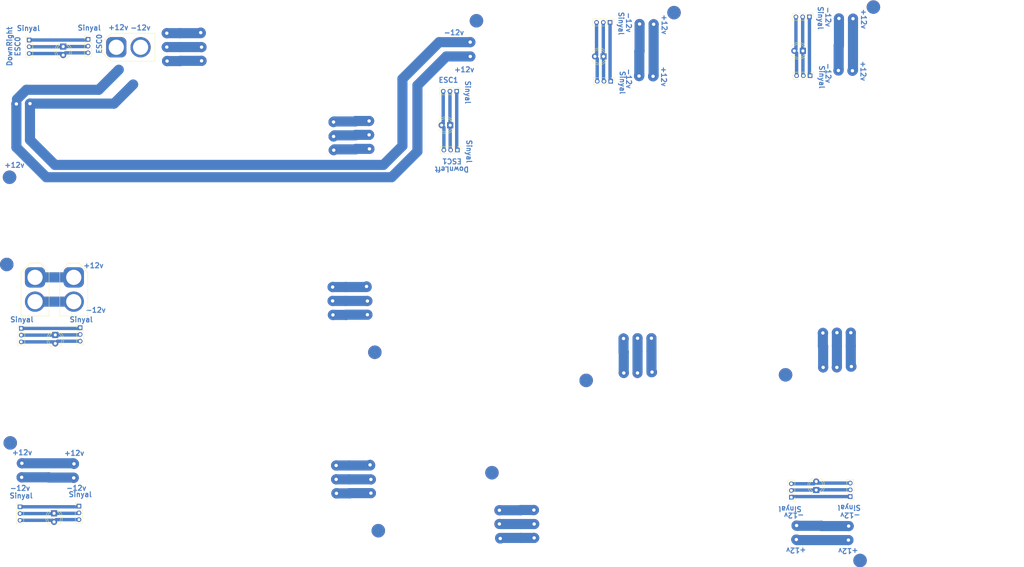
<source format=kicad_pcb>
(kicad_pcb (version 20171130) (host pcbnew "(5.1.6)-1")

  (general
    (thickness 1.6)
    (drawings 45)
    (tracks 248)
    (zones 0)
    (modules 25)
    (nets 1)
  )

  (page A4)
  (layers
    (0 F.Cu signal)
    (31 B.Cu signal)
    (32 B.Adhes user)
    (33 F.Adhes user)
    (34 B.Paste user)
    (35 F.Paste user)
    (36 B.SilkS user)
    (37 F.SilkS user)
    (38 B.Mask user)
    (39 F.Mask user)
    (40 Dwgs.User user)
    (41 Cmts.User user)
    (42 Eco1.User user)
    (43 Eco2.User user)
    (44 Edge.Cuts user)
    (45 Margin user)
    (46 B.CrtYd user)
    (47 F.CrtYd user)
    (48 B.Fab user)
    (49 F.Fab user)
  )

  (setup
    (last_trace_width 3)
    (trace_clearance 0.2)
    (zone_clearance 0.508)
    (zone_45_only no)
    (trace_min 0.2)
    (via_size 1)
    (via_drill 0.4)
    (via_min_size 0.4)
    (via_min_drill 0.3)
    (uvia_size 0.3)
    (uvia_drill 0.1)
    (uvias_allowed no)
    (uvia_min_size 0.2)
    (uvia_min_drill 0.1)
    (edge_width 0.05)
    (segment_width 0.2)
    (pcb_text_width 0.3)
    (pcb_text_size 1.5 1.5)
    (mod_edge_width 0.12)
    (mod_text_size 1 1)
    (mod_text_width 0.15)
    (pad_size 10.16 10.16)
    (pad_drill 3.5)
    (pad_to_mask_clearance 0.05)
    (aux_axis_origin 0 0)
    (visible_elements 7FFFFFFF)
    (pcbplotparams
      (layerselection 0x010fc_ffffffff)
      (usegerberextensions false)
      (usegerberattributes true)
      (usegerberadvancedattributes true)
      (creategerberjobfile true)
      (excludeedgelayer true)
      (linewidth 0.100000)
      (plotframeref false)
      (viasonmask false)
      (mode 1)
      (useauxorigin false)
      (hpglpennumber 1)
      (hpglpenspeed 20)
      (hpglpendiameter 15.000000)
      (psnegative false)
      (psa4output false)
      (plotreference true)
      (plotvalue true)
      (plotinvisibletext false)
      (padsonsilk false)
      (subtractmaskfromsilk false)
      (outputformat 1)
      (mirror false)
      (drillshape 1)
      (scaleselection 1)
      (outputdirectory ""))
  )

  (net 0 "")

  (net_class Default "This is the default net class."
    (clearance 0.2)
    (trace_width 3)
    (via_dia 1)
    (via_drill 0.4)
    (uvia_dia 0.3)
    (uvia_drill 0.1)
  )

  (module Connector_AMASS:AMASS_XT60-F_1x02_P7.20mm_Vertical (layer F.Cu) (tedit 5D6C1D2C) (tstamp 5F426E6C)
    (at 144.74444 32.65678)
    (descr "AMASS female XT60, through hole, vertical, https://www.tme.eu/Document/2d152ced3b7a446066e6c419d84bb460/XT60%20SPEC.pdf")
    (tags "XT60 female vertical")
    (fp_text reference REF** (at 3.39344 16.38554 180) (layer F.SilkS) hide
      (effects (font (size 1 1) (thickness 0.15)))
    )
    (fp_text value AMASS_XT60-F_1x02_P7.20mm_Vertical (at 4.9022 13.36548) (layer F.Fab) hide
      (effects (font (size 1 1) (thickness 0.15)))
    )
    (fp_line (start -1.6 -4.6) (end 11.85 -4.6) (layer F.CrtYd) (width 0.05))
    (fp_line (start -4.65 -1.85) (end -1.6 -4.6) (layer F.CrtYd) (width 0.05))
    (fp_line (start -4.65 1.85) (end -4.65 -1.85) (layer F.CrtYd) (width 0.05))
    (fp_line (start -1.6 4.6) (end -4.65 1.85) (layer F.CrtYd) (width 0.05))
    (fp_line (start 11.85 4.6) (end -1.6 4.6) (layer F.CrtYd) (width 0.05))
    (fp_line (start 11.85 -4.6) (end 11.85 4.6) (layer F.CrtYd) (width 0.05))
    (fp_line (start 11.35 4.05) (end 11.35 -4.05) (layer F.Fab) (width 0.12))
    (fp_line (start -1.4 4.05) (end 11.35 4.05) (layer F.Fab) (width 0.12))
    (fp_line (start -4.15 1.55) (end -1.4 4.05) (layer F.Fab) (width 0.12))
    (fp_line (start -4.15 -1.55) (end -4.15 1.55) (layer F.Fab) (width 0.12))
    (fp_line (start -1.4 -4.05) (end -4.15 -1.55) (layer F.Fab) (width 0.12))
    (fp_line (start 11.35 -4.05) (end -1.4 -4.05) (layer F.Fab) (width 0.12))
    (fp_line (start -4.25 1.55) (end -1.4 4.15) (layer F.SilkS) (width 0.12))
    (fp_line (start -1.4 -4.15) (end -4.25 -1.6) (layer F.SilkS) (width 0.12))
    (fp_line (start 11.45 4.15) (end 11.45 -4.15) (layer F.SilkS) (width 0.12))
    (fp_line (start -1.4 4.15) (end 11.45 4.15) (layer F.SilkS) (width 0.12))
    (fp_line (start -4.25 -1.6) (end -4.25 1.55) (layer F.SilkS) (width 0.12))
    (fp_line (start 11.45 -4.15) (end -1.4 -4.15) (layer F.SilkS) (width 0.12))
    (fp_text user %R (at 3.6 0.05) (layer F.Fab) hide
      (effects (font (size 1 1) (thickness 0.15)))
    )
    (pad 2 thru_hole circle (at 7.2 0) (size 6 6) (drill 4.5) (layers *.Cu *.Mask))
    (pad 1 thru_hole roundrect (at 0 0) (size 6 6) (drill 4.5) (layers *.Cu *.Mask) (roundrect_rratio 0.25))
    (model ${KISYS3DMOD}/Connector_AMASS.3dshapes/AMASS_XT60-F_1x02_P7.2mm_Vertical.wrl
      (at (xyz 0 0 0))
      (scale (xyz 1 1 1))
      (rotate (xyz 0 0 0))
    )
  )

  (module Connector_AMASS:AMASS_XT60-F_1x02_P7.20mm_Vertical (layer F.Cu) (tedit 5D6C1D2C) (tstamp 5F42465E)
    (at 132.1435 100.86594 270)
    (descr "AMASS female XT60, through hole, vertical, https://www.tme.eu/Document/2d152ced3b7a446066e6c419d84bb460/XT60%20SPEC.pdf")
    (tags "XT60 female vertical")
    (fp_text reference REF** (at 3.39344 16.38554 270) (layer F.SilkS) hide
      (effects (font (size 1 1) (thickness 0.15)))
    )
    (fp_text value AMASS_XT60-F_1x02_P7.20mm_Vertical (at 4.9022 13.36548 90) (layer F.Fab) hide
      (effects (font (size 1 1) (thickness 0.15)))
    )
    (fp_line (start 11.45 -4.15) (end -1.4 -4.15) (layer F.SilkS) (width 0.12))
    (fp_line (start -4.25 -1.6) (end -4.25 1.55) (layer F.SilkS) (width 0.12))
    (fp_line (start -1.4 4.15) (end 11.45 4.15) (layer F.SilkS) (width 0.12))
    (fp_line (start 11.45 4.15) (end 11.45 -4.15) (layer F.SilkS) (width 0.12))
    (fp_line (start -1.4 -4.15) (end -4.25 -1.6) (layer F.SilkS) (width 0.12))
    (fp_line (start -4.25 1.55) (end -1.4 4.15) (layer F.SilkS) (width 0.12))
    (fp_line (start 11.35 -4.05) (end -1.4 -4.05) (layer F.Fab) (width 0.12))
    (fp_line (start -1.4 -4.05) (end -4.15 -1.55) (layer F.Fab) (width 0.12))
    (fp_line (start -4.15 -1.55) (end -4.15 1.55) (layer F.Fab) (width 0.12))
    (fp_line (start -4.15 1.55) (end -1.4 4.05) (layer F.Fab) (width 0.12))
    (fp_line (start -1.4 4.05) (end 11.35 4.05) (layer F.Fab) (width 0.12))
    (fp_line (start 11.35 4.05) (end 11.35 -4.05) (layer F.Fab) (width 0.12))
    (fp_line (start 11.85 -4.6) (end 11.85 4.6) (layer F.CrtYd) (width 0.05))
    (fp_line (start 11.85 4.6) (end -1.6 4.6) (layer F.CrtYd) (width 0.05))
    (fp_line (start -1.6 4.6) (end -4.65 1.85) (layer F.CrtYd) (width 0.05))
    (fp_line (start -4.65 1.85) (end -4.65 -1.85) (layer F.CrtYd) (width 0.05))
    (fp_line (start -4.65 -1.85) (end -1.6 -4.6) (layer F.CrtYd) (width 0.05))
    (fp_line (start -1.6 -4.6) (end 11.85 -4.6) (layer F.CrtYd) (width 0.05))
    (fp_text user %R (at 3.6 0.05 90) (layer F.Fab) hide
      (effects (font (size 1 1) (thickness 0.15)))
    )
    (pad 2 thru_hole circle (at 7.2 0 270) (size 6 6) (drill 4.5) (layers *.Cu *.Mask))
    (pad 1 thru_hole roundrect (at 0 0 270) (size 6 6) (drill 4.5) (layers *.Cu *.Mask) (roundrect_rratio 0.25))
    (model ${KISYS3DMOD}/Connector_AMASS.3dshapes/AMASS_XT60-F_1x02_P7.2mm_Vertical.wrl
      (at (xyz 0 0 0))
      (scale (xyz 1 1 1))
      (rotate (xyz 0 0 0))
    )
  )

  (module Connector_AMASS:AMASS_XT60-F_1x02_P7.20mm_Vertical (layer F.Cu) (tedit 5D6C1D2C) (tstamp 5F42443D)
    (at 120.6881 100.86594 270)
    (descr "AMASS female XT60, through hole, vertical, https://www.tme.eu/Document/2d152ced3b7a446066e6c419d84bb460/XT60%20SPEC.pdf")
    (tags "XT60 female vertical")
    (fp_text reference REF** (at 3.39344 16.38554 270) (layer F.SilkS) hide
      (effects (font (size 1 1) (thickness 0.15)))
    )
    (fp_text value AMASS_XT60-F_1x02_P7.20mm_Vertical (at 4.9022 13.36548 90) (layer F.Fab) hide
      (effects (font (size 1 1) (thickness 0.15)))
    )
    (fp_text user %R (at 3.6 0.05 90) (layer F.Fab) hide
      (effects (font (size 1 1) (thickness 0.15)))
    )
    (fp_line (start 11.45 -4.15) (end -1.4 -4.15) (layer F.SilkS) (width 0.12))
    (fp_line (start -4.25 -1.6) (end -4.25 1.55) (layer F.SilkS) (width 0.12))
    (fp_line (start -1.4 4.15) (end 11.45 4.15) (layer F.SilkS) (width 0.12))
    (fp_line (start 11.45 4.15) (end 11.45 -4.15) (layer F.SilkS) (width 0.12))
    (fp_line (start -1.4 -4.15) (end -4.25 -1.6) (layer F.SilkS) (width 0.12))
    (fp_line (start -4.25 1.55) (end -1.4 4.15) (layer F.SilkS) (width 0.12))
    (fp_line (start 11.35 -4.05) (end -1.4 -4.05) (layer F.Fab) (width 0.12))
    (fp_line (start -1.4 -4.05) (end -4.15 -1.55) (layer F.Fab) (width 0.12))
    (fp_line (start -4.15 -1.55) (end -4.15 1.55) (layer F.Fab) (width 0.12))
    (fp_line (start -4.15 1.55) (end -1.4 4.05) (layer F.Fab) (width 0.12))
    (fp_line (start -1.4 4.05) (end 11.35 4.05) (layer F.Fab) (width 0.12))
    (fp_line (start 11.35 4.05) (end 11.35 -4.05) (layer F.Fab) (width 0.12))
    (fp_line (start 11.85 -4.6) (end 11.85 4.6) (layer F.CrtYd) (width 0.05))
    (fp_line (start 11.85 4.6) (end -1.6 4.6) (layer F.CrtYd) (width 0.05))
    (fp_line (start -1.6 4.6) (end -4.65 1.85) (layer F.CrtYd) (width 0.05))
    (fp_line (start -4.65 1.85) (end -4.65 -1.85) (layer F.CrtYd) (width 0.05))
    (fp_line (start -4.65 -1.85) (end -1.6 -4.6) (layer F.CrtYd) (width 0.05))
    (fp_line (start -1.6 -4.6) (end 11.85 -4.6) (layer F.CrtYd) (width 0.05))
    (pad 1 thru_hole roundrect (at 0 0 270) (size 6 6) (drill 4.5) (layers *.Cu *.Mask) (roundrect_rratio 0.25))
    (pad 2 thru_hole circle (at 7.2 0 270) (size 6 6) (drill 4.5) (layers *.Cu *.Mask))
    (model ${KISYS3DMOD}/Connector_AMASS.3dshapes/AMASS_XT60-F_1x02_P7.2mm_Vertical.wrl
      (at (xyz 0 0 0))
      (scale (xyz 1 1 1))
      (rotate (xyz 0 0 0))
    )
  )

  (module Connector_PinHeader_2.00mm:PinHeader_1x03_P2.00mm_Vertical (layer F.Cu) (tedit 59FED667) (tstamp 5F403A49)
    (at 344.67038 166.04742 180)
    (descr "Through hole straight pin header, 1x03, 2.00mm pitch, single row")
    (tags "Through hole pin header THT 1x03 2.00mm single row")
    (fp_text reference REF** (at -0.94996 23.22322) (layer F.SilkS) hide
      (effects (font (size 1 1) (thickness 0.15)))
    )
    (fp_text value PinHeader_1x03_P2.00mm_Vertical (at -3.34772 17.8181) (layer F.Fab) hide
      (effects (font (size 1 1) (thickness 0.15)))
    )
    (fp_line (start -0.5 -1) (end 1 -1) (layer F.Fab) (width 0.1))
    (fp_line (start 1 -1) (end 1 5) (layer F.Fab) (width 0.1))
    (fp_line (start 1 5) (end -1 5) (layer F.Fab) (width 0.1))
    (fp_line (start -1 5) (end -1 -0.5) (layer F.Fab) (width 0.1))
    (fp_line (start -1 -0.5) (end -0.5 -1) (layer F.Fab) (width 0.1))
    (fp_line (start -1.06 5.06) (end 1.06 5.06) (layer F.SilkS) (width 0.12))
    (fp_line (start -1.06 1) (end -1.06 5.06) (layer F.SilkS) (width 0.12))
    (fp_line (start 1.06 1) (end 1.06 5.06) (layer F.SilkS) (width 0.12))
    (fp_line (start -1.06 1) (end 1.06 1) (layer F.SilkS) (width 0.12))
    (fp_line (start -1.06 0) (end -1.06 -1.06) (layer F.SilkS) (width 0.12))
    (fp_line (start -1.06 -1.06) (end 0 -1.06) (layer F.SilkS) (width 0.12))
    (fp_line (start -1.5 -1.5) (end -1.5 5.5) (layer F.CrtYd) (width 0.05))
    (fp_line (start -1.5 5.5) (end 1.5 5.5) (layer F.CrtYd) (width 0.05))
    (fp_line (start 1.5 5.5) (end 1.5 -1.5) (layer F.CrtYd) (width 0.05))
    (fp_line (start 1.5 -1.5) (end -1.5 -1.5) (layer F.CrtYd) (width 0.05))
    (fp_text user %R (at 0 2 90) (layer F.Fab) hide
      (effects (font (size 1 1) (thickness 0.15)))
    )
    (pad 3 thru_hole oval (at 0 4 180) (size 1.35 1.35) (drill 0.8) (layers *.Cu *.Mask))
    (pad 2 thru_hole oval (at 0 2 180) (size 1.35 1.35) (drill 0.8) (layers *.Cu *.Mask))
    (pad 1 thru_hole rect (at 0 0 180) (size 1.35 1.35) (drill 0.8) (layers *.Cu *.Mask))
    (model ${KISYS3DMOD}/Connector_PinHeader_2.00mm.3dshapes/PinHeader_1x03_P2.00mm_Vertical.wrl
      (at (xyz 0 0 0))
      (scale (xyz 1 1 1))
      (rotate (xyz 0 0 0))
    )
  )

  (module Connector_PinHeader_2.00mm:PinHeader_1x03_P2.00mm_Vertical (layer F.Cu) (tedit 59FED667) (tstamp 5F403A33)
    (at 362.12018 165.8493 180)
    (descr "Through hole straight pin header, 1x03, 2.00mm pitch, single row")
    (tags "Through hole pin header THT 1x03 2.00mm single row")
    (fp_text reference "" (at -1.35128 23.71344) (layer F.SilkS) hide
      (effects (font (size 1 1) (thickness 0.15)))
    )
    (fp_text value PinHeader_1x03_P2.00mm_Vertical (at 2.29108 15.70228) (layer F.Fab) hide
      (effects (font (size 1 1) (thickness 0.15)))
    )
    (fp_line (start -0.5 -1) (end 1 -1) (layer F.Fab) (width 0.1))
    (fp_line (start 1 -1) (end 1 5) (layer F.Fab) (width 0.1))
    (fp_line (start 1 5) (end -1 5) (layer F.Fab) (width 0.1))
    (fp_line (start -1 5) (end -1 -0.5) (layer F.Fab) (width 0.1))
    (fp_line (start -1 -0.5) (end -0.5 -1) (layer F.Fab) (width 0.1))
    (fp_line (start -1.06 5.06) (end 1.06 5.06) (layer F.SilkS) (width 0.12))
    (fp_line (start -1.06 1) (end -1.06 5.06) (layer F.SilkS) (width 0.12))
    (fp_line (start 1.06 1) (end 1.06 5.06) (layer F.SilkS) (width 0.12))
    (fp_line (start -1.06 1) (end 1.06 1) (layer F.SilkS) (width 0.12))
    (fp_line (start -1.06 0) (end -1.06 -1.06) (layer F.SilkS) (width 0.12))
    (fp_line (start -1.06 -1.06) (end 0 -1.06) (layer F.SilkS) (width 0.12))
    (fp_line (start -1.5 -1.5) (end -1.5 5.5) (layer F.CrtYd) (width 0.05))
    (fp_line (start -1.5 5.5) (end 1.5 5.5) (layer F.CrtYd) (width 0.05))
    (fp_line (start 1.5 5.5) (end 1.5 -1.5) (layer F.CrtYd) (width 0.05))
    (fp_line (start 1.5 -1.5) (end -1.5 -1.5) (layer F.CrtYd) (width 0.05))
    (fp_text user %R (at 0 2 90) (layer F.Fab) hide
      (effects (font (size 1 1) (thickness 0.15)))
    )
    (pad 3 thru_hole oval (at 0 4 180) (size 1.35 1.35) (drill 0.8) (layers *.Cu *.Mask))
    (pad 2 thru_hole oval (at 0 2 180) (size 1.35 1.35) (drill 0.8) (layers *.Cu *.Mask))
    (pad 1 thru_hole rect (at 0 0 180) (size 1.35 1.35) (drill 0.8) (layers *.Cu *.Mask))
    (model ${KISYS3DMOD}/Connector_PinHeader_2.00mm.3dshapes/PinHeader_1x03_P2.00mm_Vertical.wrl
      (at (xyz 0 0 0))
      (scale (xyz 1 1 1))
      (rotate (xyz 0 0 0))
    )
  )

  (module LED_THT:LED_D4.0mm (layer F.Cu) (tedit 587A3A7B) (tstamp 5F403A21)
    (at 352.04146 163.91636 90)
    (descr "LED, diameter 4.0mm, 2 pins, http://www.kingbright.com/attachments/file/psearch/000/00/00/L-43GD(Ver.12B).pdf")
    (tags "LED diameter 4.0mm 2 pins")
    (fp_text reference REF** (at 22.94382 -0.56134 90) (layer F.SilkS) hide
      (effects (font (size 1 1) (thickness 0.15)))
    )
    (fp_text value LED_D4.0mm (at 17.58696 13.56106 90) (layer F.Fab) hide
      (effects (font (size 1 1) (thickness 0.15)))
    )
    (fp_circle (center 1.27 0) (end 3.27 0) (layer F.Fab) (width 0.1))
    (fp_line (start -0.73 -1.32665) (end -0.73 1.32665) (layer F.Fab) (width 0.1))
    (fp_line (start -0.79 -1.399) (end -0.79 -1.08) (layer F.SilkS) (width 0.12))
    (fp_line (start -0.79 1.08) (end -0.79 1.399) (layer F.SilkS) (width 0.12))
    (fp_line (start -1.45 -2.75) (end -1.45 2.75) (layer F.CrtYd) (width 0.05))
    (fp_line (start -1.45 2.75) (end 4 2.75) (layer F.CrtYd) (width 0.05))
    (fp_line (start 4 2.75) (end 4 -2.75) (layer F.CrtYd) (width 0.05))
    (fp_line (start 4 -2.75) (end -1.45 -2.75) (layer F.CrtYd) (width 0.05))
    (fp_arc (start 1.27 0) (end -0.41333 1.08) (angle -114.6) (layer F.SilkS) (width 0.12))
    (fp_arc (start 1.27 0) (end -0.41333 -1.08) (angle 114.6) (layer F.SilkS) (width 0.12))
    (fp_arc (start 1.27 0) (end -0.79 1.398749) (angle -120.1) (layer F.SilkS) (width 0.12))
    (fp_arc (start 1.27 0) (end -0.79 -1.398749) (angle 120.1) (layer F.SilkS) (width 0.12))
    (fp_arc (start 1.27 0) (end -0.73 -1.32665) (angle 292.9) (layer F.Fab) (width 0.1))
    (pad 2 thru_hole circle (at 2.54 0 90) (size 1.8 1.8) (drill 0.9) (layers *.Cu *.Mask))
    (pad 1 thru_hole rect (at 0 0 90) (size 1.8 1.8) (drill 0.9) (layers *.Cu *.Mask))
    (model ${KISYS3DMOD}/LED_THT.3dshapes/LED_D4.0mm.wrl
      (at (xyz 0 0 0))
      (scale (xyz 1 1 1))
      (rotate (xyz 0 0 0))
    )
  )

  (module LED_THT:LED_D4.0mm (layer F.Cu) (tedit 587A3A7B) (tstamp 5F403993)
    (at 348.09938 33.72358 180)
    (descr "LED, diameter 4.0mm, 2 pins, http://www.kingbright.com/attachments/file/psearch/000/00/00/L-43GD(Ver.12B).pdf")
    (tags "LED diameter 4.0mm 2 pins")
    (fp_text reference REF** (at 22.94382 -0.56134) (layer F.SilkS) hide
      (effects (font (size 1 1) (thickness 0.15)))
    )
    (fp_text value LED_D4.0mm (at 17.58696 13.56106) (layer F.Fab) hide
      (effects (font (size 1 1) (thickness 0.15)))
    )
    (fp_line (start 4 -2.75) (end -1.45 -2.75) (layer F.CrtYd) (width 0.05))
    (fp_line (start 4 2.75) (end 4 -2.75) (layer F.CrtYd) (width 0.05))
    (fp_line (start -1.45 2.75) (end 4 2.75) (layer F.CrtYd) (width 0.05))
    (fp_line (start -1.45 -2.75) (end -1.45 2.75) (layer F.CrtYd) (width 0.05))
    (fp_line (start -0.79 1.08) (end -0.79 1.399) (layer F.SilkS) (width 0.12))
    (fp_line (start -0.79 -1.399) (end -0.79 -1.08) (layer F.SilkS) (width 0.12))
    (fp_line (start -0.73 -1.32665) (end -0.73 1.32665) (layer F.Fab) (width 0.1))
    (fp_circle (center 1.27 0) (end 3.27 0) (layer F.Fab) (width 0.1))
    (fp_arc (start 1.27 0) (end -0.73 -1.32665) (angle 292.9) (layer F.Fab) (width 0.1))
    (fp_arc (start 1.27 0) (end -0.79 -1.398749) (angle 120.1) (layer F.SilkS) (width 0.12))
    (fp_arc (start 1.27 0) (end -0.79 1.398749) (angle -120.1) (layer F.SilkS) (width 0.12))
    (fp_arc (start 1.27 0) (end -0.41333 -1.08) (angle 114.6) (layer F.SilkS) (width 0.12))
    (fp_arc (start 1.27 0) (end -0.41333 1.08) (angle -114.6) (layer F.SilkS) (width 0.12))
    (pad 1 thru_hole rect (at 0 0 180) (size 1.8 1.8) (drill 0.9) (layers *.Cu *.Mask))
    (pad 2 thru_hole circle (at 2.54 0 180) (size 1.8 1.8) (drill 0.9) (layers *.Cu *.Mask))
    (model ${KISYS3DMOD}/LED_THT.3dshapes/LED_D4.0mm.wrl
      (at (xyz 0 0 0))
      (scale (xyz 1 1 1))
      (rotate (xyz 0 0 0))
    )
  )

  (module Connector_PinHeader_2.00mm:PinHeader_1x03_P2.00mm_Vertical (layer F.Cu) (tedit 59FED667) (tstamp 5F40397D)
    (at 350.23044 41.09466 270)
    (descr "Through hole straight pin header, 1x03, 2.00mm pitch, single row")
    (tags "Through hole pin header THT 1x03 2.00mm single row")
    (fp_text reference REF** (at -0.94996 23.22322 90) (layer F.SilkS) hide
      (effects (font (size 1 1) (thickness 0.15)))
    )
    (fp_text value PinHeader_1x03_P2.00mm_Vertical (at -3.34772 17.8181 90) (layer F.Fab) hide
      (effects (font (size 1 1) (thickness 0.15)))
    )
    (fp_line (start 1.5 -1.5) (end -1.5 -1.5) (layer F.CrtYd) (width 0.05))
    (fp_line (start 1.5 5.5) (end 1.5 -1.5) (layer F.CrtYd) (width 0.05))
    (fp_line (start -1.5 5.5) (end 1.5 5.5) (layer F.CrtYd) (width 0.05))
    (fp_line (start -1.5 -1.5) (end -1.5 5.5) (layer F.CrtYd) (width 0.05))
    (fp_line (start -1.06 -1.06) (end 0 -1.06) (layer F.SilkS) (width 0.12))
    (fp_line (start -1.06 0) (end -1.06 -1.06) (layer F.SilkS) (width 0.12))
    (fp_line (start -1.06 1) (end 1.06 1) (layer F.SilkS) (width 0.12))
    (fp_line (start 1.06 1) (end 1.06 5.06) (layer F.SilkS) (width 0.12))
    (fp_line (start -1.06 1) (end -1.06 5.06) (layer F.SilkS) (width 0.12))
    (fp_line (start -1.06 5.06) (end 1.06 5.06) (layer F.SilkS) (width 0.12))
    (fp_line (start -1 -0.5) (end -0.5 -1) (layer F.Fab) (width 0.1))
    (fp_line (start -1 5) (end -1 -0.5) (layer F.Fab) (width 0.1))
    (fp_line (start 1 5) (end -1 5) (layer F.Fab) (width 0.1))
    (fp_line (start 1 -1) (end 1 5) (layer F.Fab) (width 0.1))
    (fp_line (start -0.5 -1) (end 1 -1) (layer F.Fab) (width 0.1))
    (fp_text user %R (at 0 2) (layer F.Fab) hide
      (effects (font (size 1 1) (thickness 0.15)))
    )
    (pad 1 thru_hole rect (at 0 0 270) (size 1.35 1.35) (drill 0.8) (layers *.Cu *.Mask))
    (pad 2 thru_hole oval (at 0 2 270) (size 1.35 1.35) (drill 0.8) (layers *.Cu *.Mask))
    (pad 3 thru_hole oval (at 0 4 270) (size 1.35 1.35) (drill 0.8) (layers *.Cu *.Mask))
    (model ${KISYS3DMOD}/Connector_PinHeader_2.00mm.3dshapes/PinHeader_1x03_P2.00mm_Vertical.wrl
      (at (xyz 0 0 0))
      (scale (xyz 1 1 1))
      (rotate (xyz 0 0 0))
    )
  )

  (module Connector_PinHeader_2.00mm:PinHeader_1x03_P2.00mm_Vertical (layer F.Cu) (tedit 59FED667) (tstamp 5F403967)
    (at 350.03232 23.64486 270)
    (descr "Through hole straight pin header, 1x03, 2.00mm pitch, single row")
    (tags "Through hole pin header THT 1x03 2.00mm single row")
    (fp_text reference "" (at -1.35128 23.71344 90) (layer F.SilkS) hide
      (effects (font (size 1 1) (thickness 0.15)))
    )
    (fp_text value PinHeader_1x03_P2.00mm_Vertical (at 2.29108 15.70228 90) (layer F.Fab) hide
      (effects (font (size 1 1) (thickness 0.15)))
    )
    (fp_line (start 1.5 -1.5) (end -1.5 -1.5) (layer F.CrtYd) (width 0.05))
    (fp_line (start 1.5 5.5) (end 1.5 -1.5) (layer F.CrtYd) (width 0.05))
    (fp_line (start -1.5 5.5) (end 1.5 5.5) (layer F.CrtYd) (width 0.05))
    (fp_line (start -1.5 -1.5) (end -1.5 5.5) (layer F.CrtYd) (width 0.05))
    (fp_line (start -1.06 -1.06) (end 0 -1.06) (layer F.SilkS) (width 0.12))
    (fp_line (start -1.06 0) (end -1.06 -1.06) (layer F.SilkS) (width 0.12))
    (fp_line (start -1.06 1) (end 1.06 1) (layer F.SilkS) (width 0.12))
    (fp_line (start 1.06 1) (end 1.06 5.06) (layer F.SilkS) (width 0.12))
    (fp_line (start -1.06 1) (end -1.06 5.06) (layer F.SilkS) (width 0.12))
    (fp_line (start -1.06 5.06) (end 1.06 5.06) (layer F.SilkS) (width 0.12))
    (fp_line (start -1 -0.5) (end -0.5 -1) (layer F.Fab) (width 0.1))
    (fp_line (start -1 5) (end -1 -0.5) (layer F.Fab) (width 0.1))
    (fp_line (start 1 5) (end -1 5) (layer F.Fab) (width 0.1))
    (fp_line (start 1 -1) (end 1 5) (layer F.Fab) (width 0.1))
    (fp_line (start -0.5 -1) (end 1 -1) (layer F.Fab) (width 0.1))
    (fp_text user %R (at 0 2) (layer F.Fab) hide
      (effects (font (size 1 1) (thickness 0.15)))
    )
    (pad 1 thru_hole rect (at 0 0 270) (size 1.35 1.35) (drill 0.8) (layers *.Cu *.Mask))
    (pad 2 thru_hole oval (at 0 2 270) (size 1.35 1.35) (drill 0.8) (layers *.Cu *.Mask))
    (pad 3 thru_hole oval (at 0 4 270) (size 1.35 1.35) (drill 0.8) (layers *.Cu *.Mask))
    (model ${KISYS3DMOD}/Connector_PinHeader_2.00mm.3dshapes/PinHeader_1x03_P2.00mm_Vertical.wrl
      (at (xyz 0 0 0))
      (scale (xyz 1 1 1))
      (rotate (xyz 0 0 0))
    )
  )

  (module LED_THT:LED_D4.0mm (layer F.Cu) (tedit 587A3A7B) (tstamp 5F4036FC)
    (at 289.052 35.37204 180)
    (descr "LED, diameter 4.0mm, 2 pins, http://www.kingbright.com/attachments/file/psearch/000/00/00/L-43GD(Ver.12B).pdf")
    (tags "LED diameter 4.0mm 2 pins")
    (fp_text reference REF** (at 22.94382 -0.56134) (layer F.SilkS) hide
      (effects (font (size 1 1) (thickness 0.15)))
    )
    (fp_text value LED_D4.0mm (at 17.58696 13.56106) (layer F.Fab) hide
      (effects (font (size 1 1) (thickness 0.15)))
    )
    (fp_circle (center 1.27 0) (end 3.27 0) (layer F.Fab) (width 0.1))
    (fp_line (start -0.73 -1.32665) (end -0.73 1.32665) (layer F.Fab) (width 0.1))
    (fp_line (start -0.79 -1.399) (end -0.79 -1.08) (layer F.SilkS) (width 0.12))
    (fp_line (start -0.79 1.08) (end -0.79 1.399) (layer F.SilkS) (width 0.12))
    (fp_line (start -1.45 -2.75) (end -1.45 2.75) (layer F.CrtYd) (width 0.05))
    (fp_line (start -1.45 2.75) (end 4 2.75) (layer F.CrtYd) (width 0.05))
    (fp_line (start 4 2.75) (end 4 -2.75) (layer F.CrtYd) (width 0.05))
    (fp_line (start 4 -2.75) (end -1.45 -2.75) (layer F.CrtYd) (width 0.05))
    (fp_arc (start 1.27 0) (end -0.41333 1.08) (angle -114.6) (layer F.SilkS) (width 0.12))
    (fp_arc (start 1.27 0) (end -0.41333 -1.08) (angle 114.6) (layer F.SilkS) (width 0.12))
    (fp_arc (start 1.27 0) (end -0.79 1.398749) (angle -120.1) (layer F.SilkS) (width 0.12))
    (fp_arc (start 1.27 0) (end -0.79 -1.398749) (angle 120.1) (layer F.SilkS) (width 0.12))
    (fp_arc (start 1.27 0) (end -0.73 -1.32665) (angle 292.9) (layer F.Fab) (width 0.1))
    (pad 2 thru_hole circle (at 2.54 0 180) (size 1.8 1.8) (drill 0.9) (layers *.Cu *.Mask))
    (pad 1 thru_hole rect (at 0 0 180) (size 1.8 1.8) (drill 0.9) (layers *.Cu *.Mask))
    (model ${KISYS3DMOD}/LED_THT.3dshapes/LED_D4.0mm.wrl
      (at (xyz 0 0 0))
      (scale (xyz 1 1 1))
      (rotate (xyz 0 0 0))
    )
  )

  (module Connector_PinHeader_2.00mm:PinHeader_1x03_P2.00mm_Vertical (layer F.Cu) (tedit 59FED667) (tstamp 5F4036E6)
    (at 290.98494 25.29332 270)
    (descr "Through hole straight pin header, 1x03, 2.00mm pitch, single row")
    (tags "Through hole pin header THT 1x03 2.00mm single row")
    (fp_text reference "" (at -1.35128 23.71344 90) (layer F.SilkS) hide
      (effects (font (size 1 1) (thickness 0.15)))
    )
    (fp_text value PinHeader_1x03_P2.00mm_Vertical (at 2.29108 15.70228 90) (layer F.Fab) hide
      (effects (font (size 1 1) (thickness 0.15)))
    )
    (fp_line (start -0.5 -1) (end 1 -1) (layer F.Fab) (width 0.1))
    (fp_line (start 1 -1) (end 1 5) (layer F.Fab) (width 0.1))
    (fp_line (start 1 5) (end -1 5) (layer F.Fab) (width 0.1))
    (fp_line (start -1 5) (end -1 -0.5) (layer F.Fab) (width 0.1))
    (fp_line (start -1 -0.5) (end -0.5 -1) (layer F.Fab) (width 0.1))
    (fp_line (start -1.06 5.06) (end 1.06 5.06) (layer F.SilkS) (width 0.12))
    (fp_line (start -1.06 1) (end -1.06 5.06) (layer F.SilkS) (width 0.12))
    (fp_line (start 1.06 1) (end 1.06 5.06) (layer F.SilkS) (width 0.12))
    (fp_line (start -1.06 1) (end 1.06 1) (layer F.SilkS) (width 0.12))
    (fp_line (start -1.06 0) (end -1.06 -1.06) (layer F.SilkS) (width 0.12))
    (fp_line (start -1.06 -1.06) (end 0 -1.06) (layer F.SilkS) (width 0.12))
    (fp_line (start -1.5 -1.5) (end -1.5 5.5) (layer F.CrtYd) (width 0.05))
    (fp_line (start -1.5 5.5) (end 1.5 5.5) (layer F.CrtYd) (width 0.05))
    (fp_line (start 1.5 5.5) (end 1.5 -1.5) (layer F.CrtYd) (width 0.05))
    (fp_line (start 1.5 -1.5) (end -1.5 -1.5) (layer F.CrtYd) (width 0.05))
    (fp_text user %R (at 0 2) (layer F.Fab) hide
      (effects (font (size 1 1) (thickness 0.15)))
    )
    (pad 3 thru_hole oval (at 0 4 270) (size 1.35 1.35) (drill 0.8) (layers *.Cu *.Mask))
    (pad 2 thru_hole oval (at 0 2 270) (size 1.35 1.35) (drill 0.8) (layers *.Cu *.Mask))
    (pad 1 thru_hole rect (at 0 0 270) (size 1.35 1.35) (drill 0.8) (layers *.Cu *.Mask))
    (model ${KISYS3DMOD}/Connector_PinHeader_2.00mm.3dshapes/PinHeader_1x03_P2.00mm_Vertical.wrl
      (at (xyz 0 0 0))
      (scale (xyz 1 1 1))
      (rotate (xyz 0 0 0))
    )
  )

  (module Connector_PinHeader_2.00mm:PinHeader_1x03_P2.00mm_Vertical (layer F.Cu) (tedit 59FED667) (tstamp 5F4036D0)
    (at 291.18306 42.74312 270)
    (descr "Through hole straight pin header, 1x03, 2.00mm pitch, single row")
    (tags "Through hole pin header THT 1x03 2.00mm single row")
    (fp_text reference REF** (at -0.94996 23.22322 90) (layer F.SilkS) hide
      (effects (font (size 1 1) (thickness 0.15)))
    )
    (fp_text value PinHeader_1x03_P2.00mm_Vertical (at -3.34772 17.8181 90) (layer F.Fab) hide
      (effects (font (size 1 1) (thickness 0.15)))
    )
    (fp_line (start -0.5 -1) (end 1 -1) (layer F.Fab) (width 0.1))
    (fp_line (start 1 -1) (end 1 5) (layer F.Fab) (width 0.1))
    (fp_line (start 1 5) (end -1 5) (layer F.Fab) (width 0.1))
    (fp_line (start -1 5) (end -1 -0.5) (layer F.Fab) (width 0.1))
    (fp_line (start -1 -0.5) (end -0.5 -1) (layer F.Fab) (width 0.1))
    (fp_line (start -1.06 5.06) (end 1.06 5.06) (layer F.SilkS) (width 0.12))
    (fp_line (start -1.06 1) (end -1.06 5.06) (layer F.SilkS) (width 0.12))
    (fp_line (start 1.06 1) (end 1.06 5.06) (layer F.SilkS) (width 0.12))
    (fp_line (start -1.06 1) (end 1.06 1) (layer F.SilkS) (width 0.12))
    (fp_line (start -1.06 0) (end -1.06 -1.06) (layer F.SilkS) (width 0.12))
    (fp_line (start -1.06 -1.06) (end 0 -1.06) (layer F.SilkS) (width 0.12))
    (fp_line (start -1.5 -1.5) (end -1.5 5.5) (layer F.CrtYd) (width 0.05))
    (fp_line (start -1.5 5.5) (end 1.5 5.5) (layer F.CrtYd) (width 0.05))
    (fp_line (start 1.5 5.5) (end 1.5 -1.5) (layer F.CrtYd) (width 0.05))
    (fp_line (start 1.5 -1.5) (end -1.5 -1.5) (layer F.CrtYd) (width 0.05))
    (fp_text user %R (at 0 2) (layer F.Fab) hide
      (effects (font (size 1 1) (thickness 0.15)))
    )
    (pad 3 thru_hole oval (at 0 4 270) (size 1.35 1.35) (drill 0.8) (layers *.Cu *.Mask))
    (pad 2 thru_hole oval (at 0 2 270) (size 1.35 1.35) (drill 0.8) (layers *.Cu *.Mask))
    (pad 1 thru_hole rect (at 0 0 270) (size 1.35 1.35) (drill 0.8) (layers *.Cu *.Mask))
    (model ${KISYS3DMOD}/Connector_PinHeader_2.00mm.3dshapes/PinHeader_1x03_P2.00mm_Vertical.wrl
      (at (xyz 0 0 0))
      (scale (xyz 1 1 1))
      (rotate (xyz 0 0 0))
    )
  )

  (module Connector_PinHeader_2.00mm:PinHeader_1x03_P2.00mm_Vertical (layer F.Cu) (tedit 59FED667) (tstamp 5F401707)
    (at 133.68782 168.68394)
    (descr "Through hole straight pin header, 1x03, 2.00mm pitch, single row")
    (tags "Through hole pin header THT 1x03 2.00mm single row")
    (fp_text reference REF** (at -0.94996 23.22322) (layer F.SilkS) hide
      (effects (font (size 1 1) (thickness 0.15)))
    )
    (fp_text value PinHeader_1x03_P2.00mm_Vertical (at -3.34772 17.8181) (layer F.Fab) hide
      (effects (font (size 1 1) (thickness 0.15)))
    )
    (fp_line (start 1.5 -1.5) (end -1.5 -1.5) (layer F.CrtYd) (width 0.05))
    (fp_line (start 1.5 5.5) (end 1.5 -1.5) (layer F.CrtYd) (width 0.05))
    (fp_line (start -1.5 5.5) (end 1.5 5.5) (layer F.CrtYd) (width 0.05))
    (fp_line (start -1.5 -1.5) (end -1.5 5.5) (layer F.CrtYd) (width 0.05))
    (fp_line (start -1.06 -1.06) (end 0 -1.06) (layer F.SilkS) (width 0.12))
    (fp_line (start -1.06 0) (end -1.06 -1.06) (layer F.SilkS) (width 0.12))
    (fp_line (start -1.06 1) (end 1.06 1) (layer F.SilkS) (width 0.12))
    (fp_line (start 1.06 1) (end 1.06 5.06) (layer F.SilkS) (width 0.12))
    (fp_line (start -1.06 1) (end -1.06 5.06) (layer F.SilkS) (width 0.12))
    (fp_line (start -1.06 5.06) (end 1.06 5.06) (layer F.SilkS) (width 0.12))
    (fp_line (start -1 -0.5) (end -0.5 -1) (layer F.Fab) (width 0.1))
    (fp_line (start -1 5) (end -1 -0.5) (layer F.Fab) (width 0.1))
    (fp_line (start 1 5) (end -1 5) (layer F.Fab) (width 0.1))
    (fp_line (start 1 -1) (end 1 5) (layer F.Fab) (width 0.1))
    (fp_line (start -0.5 -1) (end 1 -1) (layer F.Fab) (width 0.1))
    (fp_text user %R (at 0 2 90) (layer F.Fab) hide
      (effects (font (size 1 1) (thickness 0.15)))
    )
    (pad 1 thru_hole rect (at 0 0) (size 1.35 1.35) (drill 0.8) (layers *.Cu *.Mask))
    (pad 2 thru_hole oval (at 0 2) (size 1.35 1.35) (drill 0.8) (layers *.Cu *.Mask))
    (pad 3 thru_hole oval (at 0 4) (size 1.35 1.35) (drill 0.8) (layers *.Cu *.Mask))
    (model ${KISYS3DMOD}/Connector_PinHeader_2.00mm.3dshapes/PinHeader_1x03_P2.00mm_Vertical.wrl
      (at (xyz 0 0 0))
      (scale (xyz 1 1 1))
      (rotate (xyz 0 0 0))
    )
  )

  (module LED_THT:LED_D4.0mm (layer F.Cu) (tedit 587A3A7B) (tstamp 5F4016F5)
    (at 126.31674 170.815 270)
    (descr "LED, diameter 4.0mm, 2 pins, http://www.kingbright.com/attachments/file/psearch/000/00/00/L-43GD(Ver.12B).pdf")
    (tags "LED diameter 4.0mm 2 pins")
    (fp_text reference REF** (at 22.94382 -0.56134 90) (layer F.SilkS) hide
      (effects (font (size 1 1) (thickness 0.15)))
    )
    (fp_text value LED_D4.0mm (at 17.58696 13.56106 90) (layer F.Fab) hide
      (effects (font (size 1 1) (thickness 0.15)))
    )
    (fp_line (start 4 -2.75) (end -1.45 -2.75) (layer F.CrtYd) (width 0.05))
    (fp_line (start 4 2.75) (end 4 -2.75) (layer F.CrtYd) (width 0.05))
    (fp_line (start -1.45 2.75) (end 4 2.75) (layer F.CrtYd) (width 0.05))
    (fp_line (start -1.45 -2.75) (end -1.45 2.75) (layer F.CrtYd) (width 0.05))
    (fp_line (start -0.79 1.08) (end -0.79 1.399) (layer F.SilkS) (width 0.12))
    (fp_line (start -0.79 -1.399) (end -0.79 -1.08) (layer F.SilkS) (width 0.12))
    (fp_line (start -0.73 -1.32665) (end -0.73 1.32665) (layer F.Fab) (width 0.1))
    (fp_circle (center 1.27 0) (end 3.27 0) (layer F.Fab) (width 0.1))
    (fp_arc (start 1.27 0) (end -0.73 -1.32665) (angle 292.9) (layer F.Fab) (width 0.1))
    (fp_arc (start 1.27 0) (end -0.79 -1.398749) (angle 120.1) (layer F.SilkS) (width 0.12))
    (fp_arc (start 1.27 0) (end -0.79 1.398749) (angle -120.1) (layer F.SilkS) (width 0.12))
    (fp_arc (start 1.27 0) (end -0.41333 -1.08) (angle 114.6) (layer F.SilkS) (width 0.12))
    (fp_arc (start 1.27 0) (end -0.41333 1.08) (angle -114.6) (layer F.SilkS) (width 0.12))
    (pad 1 thru_hole rect (at 0 0 270) (size 1.8 1.8) (drill 0.9) (layers *.Cu *.Mask))
    (pad 2 thru_hole circle (at 2.54 0 270) (size 1.8 1.8) (drill 0.9) (layers *.Cu *.Mask))
    (model ${KISYS3DMOD}/LED_THT.3dshapes/LED_D4.0mm.wrl
      (at (xyz 0 0 0))
      (scale (xyz 1 1 1))
      (rotate (xyz 0 0 0))
    )
  )

  (module Connector_PinHeader_2.00mm:PinHeader_1x03_P2.00mm_Vertical (layer F.Cu) (tedit 59FED667) (tstamp 5F4016DF)
    (at 116.23802 168.88206)
    (descr "Through hole straight pin header, 1x03, 2.00mm pitch, single row")
    (tags "Through hole pin header THT 1x03 2.00mm single row")
    (fp_text reference "" (at -1.35128 23.71344) (layer F.SilkS) hide
      (effects (font (size 1 1) (thickness 0.15)))
    )
    (fp_text value PinHeader_1x03_P2.00mm_Vertical (at 2.29108 15.70228) (layer F.Fab) hide
      (effects (font (size 1 1) (thickness 0.15)))
    )
    (fp_line (start 1.5 -1.5) (end -1.5 -1.5) (layer F.CrtYd) (width 0.05))
    (fp_line (start 1.5 5.5) (end 1.5 -1.5) (layer F.CrtYd) (width 0.05))
    (fp_line (start -1.5 5.5) (end 1.5 5.5) (layer F.CrtYd) (width 0.05))
    (fp_line (start -1.5 -1.5) (end -1.5 5.5) (layer F.CrtYd) (width 0.05))
    (fp_line (start -1.06 -1.06) (end 0 -1.06) (layer F.SilkS) (width 0.12))
    (fp_line (start -1.06 0) (end -1.06 -1.06) (layer F.SilkS) (width 0.12))
    (fp_line (start -1.06 1) (end 1.06 1) (layer F.SilkS) (width 0.12))
    (fp_line (start 1.06 1) (end 1.06 5.06) (layer F.SilkS) (width 0.12))
    (fp_line (start -1.06 1) (end -1.06 5.06) (layer F.SilkS) (width 0.12))
    (fp_line (start -1.06 5.06) (end 1.06 5.06) (layer F.SilkS) (width 0.12))
    (fp_line (start -1 -0.5) (end -0.5 -1) (layer F.Fab) (width 0.1))
    (fp_line (start -1 5) (end -1 -0.5) (layer F.Fab) (width 0.1))
    (fp_line (start 1 5) (end -1 5) (layer F.Fab) (width 0.1))
    (fp_line (start 1 -1) (end 1 5) (layer F.Fab) (width 0.1))
    (fp_line (start -0.5 -1) (end 1 -1) (layer F.Fab) (width 0.1))
    (fp_text user %R (at 0 2 90) (layer F.Fab) hide
      (effects (font (size 1 1) (thickness 0.15)))
    )
    (pad 1 thru_hole rect (at 0 0) (size 1.35 1.35) (drill 0.8) (layers *.Cu *.Mask))
    (pad 2 thru_hole oval (at 0 2) (size 1.35 1.35) (drill 0.8) (layers *.Cu *.Mask))
    (pad 3 thru_hole oval (at 0 4) (size 1.35 1.35) (drill 0.8) (layers *.Cu *.Mask))
    (model ${KISYS3DMOD}/Connector_PinHeader_2.00mm.3dshapes/PinHeader_1x03_P2.00mm_Vertical.wrl
      (at (xyz 0 0 0))
      (scale (xyz 1 1 1))
      (rotate (xyz 0 0 0))
    )
  )

  (module LED_THT:LED_D4.0mm (layer F.Cu) (tedit 587A3A7B) (tstamp 5F42CD9F)
    (at 126.67742 117.92458 270)
    (descr "LED, diameter 4.0mm, 2 pins, http://www.kingbright.com/attachments/file/psearch/000/00/00/L-43GD(Ver.12B).pdf")
    (tags "LED diameter 4.0mm 2 pins")
    (fp_text reference REF** (at 22.94382 -0.56134 90) (layer F.SilkS) hide
      (effects (font (size 1 1) (thickness 0.15)))
    )
    (fp_text value LED_D4.0mm (at 17.58696 13.56106 90) (layer F.Fab) hide
      (effects (font (size 1 1) (thickness 0.15)))
    )
    (fp_circle (center 1.27 0) (end 3.27 0) (layer F.Fab) (width 0.1))
    (fp_line (start -0.73 -1.32665) (end -0.73 1.32665) (layer F.Fab) (width 0.1))
    (fp_line (start -0.79 -1.399) (end -0.79 -1.08) (layer F.SilkS) (width 0.12))
    (fp_line (start -0.79 1.08) (end -0.79 1.399) (layer F.SilkS) (width 0.12))
    (fp_line (start -1.45 -2.75) (end -1.45 2.75) (layer F.CrtYd) (width 0.05))
    (fp_line (start -1.45 2.75) (end 4 2.75) (layer F.CrtYd) (width 0.05))
    (fp_line (start 4 2.75) (end 4 -2.75) (layer F.CrtYd) (width 0.05))
    (fp_line (start 4 -2.75) (end -1.45 -2.75) (layer F.CrtYd) (width 0.05))
    (fp_arc (start 1.27 0) (end -0.41333 1.08) (angle -114.6) (layer F.SilkS) (width 0.12))
    (fp_arc (start 1.27 0) (end -0.41333 -1.08) (angle 114.6) (layer F.SilkS) (width 0.12))
    (fp_arc (start 1.27 0) (end -0.79 1.398749) (angle -120.1) (layer F.SilkS) (width 0.12))
    (fp_arc (start 1.27 0) (end -0.79 -1.398749) (angle 120.1) (layer F.SilkS) (width 0.12))
    (fp_arc (start 1.27 0) (end -0.73 -1.32665) (angle 292.9) (layer F.Fab) (width 0.1))
    (pad 2 thru_hole circle (at 2.54 0 270) (size 1.8 1.8) (drill 0.9) (layers *.Cu *.Mask))
    (pad 1 thru_hole rect (at 0 0 270) (size 1.8 1.8) (drill 0.9) (layers *.Cu *.Mask))
    (model ${KISYS3DMOD}/LED_THT.3dshapes/LED_D4.0mm.wrl
      (at (xyz 0 0 0))
      (scale (xyz 1 1 1))
      (rotate (xyz 0 0 0))
    )
  )

  (module Connector_PinHeader_2.00mm:PinHeader_1x03_P2.00mm_Vertical (layer F.Cu) (tedit 59FED667) (tstamp 5F42CD89)
    (at 116.5987 115.99164)
    (descr "Through hole straight pin header, 1x03, 2.00mm pitch, single row")
    (tags "Through hole pin header THT 1x03 2.00mm single row")
    (fp_text reference "" (at -1.35128 23.71344) (layer F.SilkS) hide
      (effects (font (size 1 1) (thickness 0.15)))
    )
    (fp_text value PinHeader_1x03_P2.00mm_Vertical (at 2.29108 15.70228) (layer F.Fab) hide
      (effects (font (size 1 1) (thickness 0.15)))
    )
    (fp_line (start -0.5 -1) (end 1 -1) (layer F.Fab) (width 0.1))
    (fp_line (start 1 -1) (end 1 5) (layer F.Fab) (width 0.1))
    (fp_line (start 1 5) (end -1 5) (layer F.Fab) (width 0.1))
    (fp_line (start -1 5) (end -1 -0.5) (layer F.Fab) (width 0.1))
    (fp_line (start -1 -0.5) (end -0.5 -1) (layer F.Fab) (width 0.1))
    (fp_line (start -1.06 5.06) (end 1.06 5.06) (layer F.SilkS) (width 0.12))
    (fp_line (start -1.06 1) (end -1.06 5.06) (layer F.SilkS) (width 0.12))
    (fp_line (start 1.06 1) (end 1.06 5.06) (layer F.SilkS) (width 0.12))
    (fp_line (start -1.06 1) (end 1.06 1) (layer F.SilkS) (width 0.12))
    (fp_line (start -1.06 0) (end -1.06 -1.06) (layer F.SilkS) (width 0.12))
    (fp_line (start -1.06 -1.06) (end 0 -1.06) (layer F.SilkS) (width 0.12))
    (fp_line (start -1.5 -1.5) (end -1.5 5.5) (layer F.CrtYd) (width 0.05))
    (fp_line (start -1.5 5.5) (end 1.5 5.5) (layer F.CrtYd) (width 0.05))
    (fp_line (start 1.5 5.5) (end 1.5 -1.5) (layer F.CrtYd) (width 0.05))
    (fp_line (start 1.5 -1.5) (end -1.5 -1.5) (layer F.CrtYd) (width 0.05))
    (fp_text user %R (at 0 2 90) (layer F.Fab) hide
      (effects (font (size 1 1) (thickness 0.15)))
    )
    (pad 3 thru_hole oval (at 0 4) (size 1.35 1.35) (drill 0.8) (layers *.Cu *.Mask))
    (pad 2 thru_hole oval (at 0 2) (size 1.35 1.35) (drill 0.8) (layers *.Cu *.Mask))
    (pad 1 thru_hole rect (at 0 0) (size 1.35 1.35) (drill 0.8) (layers *.Cu *.Mask))
    (model ${KISYS3DMOD}/Connector_PinHeader_2.00mm.3dshapes/PinHeader_1x03_P2.00mm_Vertical.wrl
      (at (xyz 0 0 0))
      (scale (xyz 1 1 1))
      (rotate (xyz 0 0 0))
    )
  )

  (module Connector_PinHeader_2.00mm:PinHeader_1x03_P2.00mm_Vertical (layer F.Cu) (tedit 59FED667) (tstamp 5F42CD73)
    (at 134.0485 115.79352)
    (descr "Through hole straight pin header, 1x03, 2.00mm pitch, single row")
    (tags "Through hole pin header THT 1x03 2.00mm single row")
    (fp_text reference REF** (at -0.94996 23.22322) (layer F.SilkS) hide
      (effects (font (size 1 1) (thickness 0.15)))
    )
    (fp_text value PinHeader_1x03_P2.00mm_Vertical (at -3.34772 17.8181) (layer F.Fab) hide
      (effects (font (size 1 1) (thickness 0.15)))
    )
    (fp_line (start -0.5 -1) (end 1 -1) (layer F.Fab) (width 0.1))
    (fp_line (start 1 -1) (end 1 5) (layer F.Fab) (width 0.1))
    (fp_line (start 1 5) (end -1 5) (layer F.Fab) (width 0.1))
    (fp_line (start -1 5) (end -1 -0.5) (layer F.Fab) (width 0.1))
    (fp_line (start -1 -0.5) (end -0.5 -1) (layer F.Fab) (width 0.1))
    (fp_line (start -1.06 5.06) (end 1.06 5.06) (layer F.SilkS) (width 0.12))
    (fp_line (start -1.06 1) (end -1.06 5.06) (layer F.SilkS) (width 0.12))
    (fp_line (start 1.06 1) (end 1.06 5.06) (layer F.SilkS) (width 0.12))
    (fp_line (start -1.06 1) (end 1.06 1) (layer F.SilkS) (width 0.12))
    (fp_line (start -1.06 0) (end -1.06 -1.06) (layer F.SilkS) (width 0.12))
    (fp_line (start -1.06 -1.06) (end 0 -1.06) (layer F.SilkS) (width 0.12))
    (fp_line (start -1.5 -1.5) (end -1.5 5.5) (layer F.CrtYd) (width 0.05))
    (fp_line (start -1.5 5.5) (end 1.5 5.5) (layer F.CrtYd) (width 0.05))
    (fp_line (start 1.5 5.5) (end 1.5 -1.5) (layer F.CrtYd) (width 0.05))
    (fp_line (start 1.5 -1.5) (end -1.5 -1.5) (layer F.CrtYd) (width 0.05))
    (fp_text user %R (at 0 2 90) (layer F.Fab) hide
      (effects (font (size 1 1) (thickness 0.15)))
    )
    (pad 3 thru_hole oval (at 0 4) (size 1.35 1.35) (drill 0.8) (layers *.Cu *.Mask))
    (pad 2 thru_hole oval (at 0 2) (size 1.35 1.35) (drill 0.8) (layers *.Cu *.Mask))
    (pad 1 thru_hole rect (at 0 0) (size 1.35 1.35) (drill 0.8) (layers *.Cu *.Mask))
    (model ${KISYS3DMOD}/Connector_PinHeader_2.00mm.3dshapes/PinHeader_1x03_P2.00mm_Vertical.wrl
      (at (xyz 0 0 0))
      (scale (xyz 1 1 1))
      (rotate (xyz 0 0 0))
    )
  )

  (module Connector_PinHeader_2.00mm:PinHeader_1x03_P2.00mm_Vertical (layer F.Cu) (tedit 59FED667) (tstamp 5F42C176)
    (at 118.94058 30.51302)
    (descr "Through hole straight pin header, 1x03, 2.00mm pitch, single row")
    (tags "Through hole pin header THT 1x03 2.00mm single row")
    (fp_text reference Sinyal (at -39.77132 2.00914) (layer F.SilkS) hide
      (effects (font (size 1 1) (thickness 0.15)))
    )
    (fp_text value "ESC0 Giriş" (at -37.19068 4.8514 -90) (layer F.Fab) hide
      (effects (font (size 1 1) (thickness 0.15)))
    )
    (fp_line (start -0.5 -1) (end 1 -1) (layer F.Fab) (width 0.1))
    (fp_line (start 1 -1) (end 1 5) (layer F.Fab) (width 0.1))
    (fp_line (start 1 5) (end -1 5) (layer F.Fab) (width 0.1))
    (fp_line (start -1 5) (end -1 -0.5) (layer F.Fab) (width 0.1))
    (fp_line (start -1 -0.5) (end -0.5 -1) (layer F.Fab) (width 0.1))
    (fp_line (start -1.06 5.06) (end 1.06 5.06) (layer F.SilkS) (width 0.12))
    (fp_line (start -1.06 1) (end -1.06 5.06) (layer F.SilkS) (width 0.12))
    (fp_line (start 1.06 1) (end 1.06 5.06) (layer F.SilkS) (width 0.12))
    (fp_line (start -1.06 1) (end 1.06 1) (layer F.SilkS) (width 0.12))
    (fp_line (start -1.06 0) (end -1.06 -1.06) (layer F.SilkS) (width 0.12))
    (fp_line (start -1.06 -1.06) (end 0 -1.06) (layer F.SilkS) (width 0.12))
    (fp_line (start -1.5 -1.5) (end -1.5 5.5) (layer F.CrtYd) (width 0.05))
    (fp_line (start -1.5 5.5) (end 1.5 5.5) (layer F.CrtYd) (width 0.05))
    (fp_line (start 1.5 5.5) (end 1.5 -1.5) (layer F.CrtYd) (width 0.05))
    (fp_line (start 1.5 -1.5) (end -1.5 -1.5) (layer F.CrtYd) (width 0.05))
    (fp_text user %R (at -25.96896 6.3754 90) (layer F.Fab) hide
      (effects (font (size 1 1) (thickness 0.15)))
    )
    (pad 3 thru_hole oval (at 0 4) (size 1.35 1.35) (drill 0.8) (layers *.Cu *.Mask))
    (pad 2 thru_hole oval (at 0 2) (size 1.35 1.35) (drill 0.8) (layers *.Cu *.Mask))
    (pad 1 thru_hole rect (at 0 0) (size 1.35 1.35) (drill 0.8) (layers *.Cu *.Mask))
    (model ${KISYS3DMOD}/Connector_PinHeader_2.00mm.3dshapes/PinHeader_1x03_P2.00mm_Vertical.wrl
      (at (xyz 0 0 0))
      (scale (xyz 1 1 1))
      (rotate (xyz 0 0 0))
    )
  )

  (module Connector_PinHeader_2.00mm:PinHeader_1x03_P2.00mm_Vertical (layer F.Cu) (tedit 59FED667) (tstamp 5F42BBE2)
    (at 136.39038 30.3149)
    (descr "Through hole straight pin header, 1x03, 2.00mm pitch, single row")
    (tags "Through hole pin header THT 1x03 2.00mm single row")
    (fp_text reference Sinyal (at -41.2877 5.04952) (layer F.SilkS) hide
      (effects (font (size 1 1) (thickness 0.15)))
    )
    (fp_text value PinHeader_1x03_P2.00mm_Vertical (at -35.33648 10.34034) (layer F.Fab) hide
      (effects (font (size 1 1) (thickness 0.15)))
    )
    (fp_line (start -0.5 -1) (end 1 -1) (layer F.Fab) (width 0.1))
    (fp_line (start 1 -1) (end 1 5) (layer F.Fab) (width 0.1))
    (fp_line (start 1 5) (end -1 5) (layer F.Fab) (width 0.1))
    (fp_line (start -1 5) (end -1 -0.5) (layer F.Fab) (width 0.1))
    (fp_line (start -1 -0.5) (end -0.5 -1) (layer F.Fab) (width 0.1))
    (fp_line (start -1.06 5.06) (end 1.06 5.06) (layer F.SilkS) (width 0.12))
    (fp_line (start -1.06 1) (end -1.06 5.06) (layer F.SilkS) (width 0.12))
    (fp_line (start 1.06 1) (end 1.06 5.06) (layer F.SilkS) (width 0.12))
    (fp_line (start -1.06 1) (end 1.06 1) (layer F.SilkS) (width 0.12))
    (fp_line (start -1.06 0) (end -1.06 -1.06) (layer F.SilkS) (width 0.12))
    (fp_line (start -1.06 -1.06) (end 0 -1.06) (layer F.SilkS) (width 0.12))
    (fp_line (start -1.5 -1.5) (end -1.5 5.5) (layer F.CrtYd) (width 0.05))
    (fp_line (start -1.5 5.5) (end 1.5 5.5) (layer F.CrtYd) (width 0.05))
    (fp_line (start 1.5 5.5) (end 1.5 -1.5) (layer F.CrtYd) (width 0.05))
    (fp_line (start 1.5 -1.5) (end -1.5 -1.5) (layer F.CrtYd) (width 0.05))
    (fp_text user %R (at -37.42944 7.43458 90) (layer F.Fab) hide
      (effects (font (size 1 1) (thickness 0.15)))
    )
    (pad 3 thru_hole oval (at 0 4) (size 1.35 1.35) (drill 0.8) (layers *.Cu *.Mask))
    (pad 2 thru_hole oval (at 0 2) (size 1.35 1.35) (drill 0.8) (layers *.Cu *.Mask))
    (pad 1 thru_hole rect (at 0 0) (size 1.35 1.35) (drill 0.8) (layers *.Cu *.Mask))
    (model ${KISYS3DMOD}/Connector_PinHeader_2.00mm.3dshapes/PinHeader_1x03_P2.00mm_Vertical.wrl
      (at (xyz 0 0 0))
      (scale (xyz 1 1 1))
      (rotate (xyz 0 0 0))
    )
  )

  (module LED_THT:LED_D4.0mm (layer F.Cu) (tedit 587A3A7B) (tstamp 5F42BA25)
    (at 129.0193 32.44596 270)
    (descr "LED, diameter 4.0mm, 2 pins, http://www.kingbright.com/attachments/file/psearch/000/00/00/L-43GD(Ver.12B).pdf")
    (tags "LED diameter 4.0mm 2 pins")
    (fp_text reference REF** (at 3.50266 42.3545 90) (layer F.SilkS) hide
      (effects (font (size 1 1) (thickness 0.15)))
    )
    (fp_text value LED_D4.0mm (at 4.21386 34.62782 90) (layer F.Fab) hide
      (effects (font (size 1 1) (thickness 0.15)))
    )
    (fp_circle (center 1.27 0) (end 3.27 0) (layer F.Fab) (width 0.1))
    (fp_line (start -0.73 -1.32665) (end -0.73 1.32665) (layer F.Fab) (width 0.1))
    (fp_line (start -0.79 -1.399) (end -0.79 -1.08) (layer F.SilkS) (width 0.12))
    (fp_line (start -0.79 1.08) (end -0.79 1.399) (layer F.SilkS) (width 0.12))
    (fp_line (start -1.45 -2.75) (end -1.45 2.75) (layer F.CrtYd) (width 0.05))
    (fp_line (start -1.45 2.75) (end 4 2.75) (layer F.CrtYd) (width 0.05))
    (fp_line (start 4 2.75) (end 4 -2.75) (layer F.CrtYd) (width 0.05))
    (fp_line (start 4 -2.75) (end -1.45 -2.75) (layer F.CrtYd) (width 0.05))
    (fp_arc (start 1.27 0) (end -0.41333 1.08) (angle -114.6) (layer F.SilkS) (width 0.12))
    (fp_arc (start 1.27 0) (end -0.41333 -1.08) (angle 114.6) (layer F.SilkS) (width 0.12))
    (fp_arc (start 1.27 0) (end -0.79 1.398749) (angle -120.1) (layer F.SilkS) (width 0.12))
    (fp_arc (start 1.27 0) (end -0.79 -1.398749) (angle 120.1) (layer F.SilkS) (width 0.12))
    (fp_arc (start 1.27 0) (end -0.73 -1.32665) (angle 292.9) (layer F.Fab) (width 0.1))
    (pad 2 thru_hole circle (at 2.54 0 270) (size 1.8 1.8) (drill 0.9) (layers *.Cu *.Mask))
    (pad 1 thru_hole rect (at 0 0 270) (size 1.8 1.8) (drill 0.9) (layers *.Cu *.Mask))
    (model ${KISYS3DMOD}/LED_THT.3dshapes/LED_D4.0mm.wrl
      (at (xyz 0 0 0))
      (scale (xyz 1 1 1))
      (rotate (xyz 0 0 0))
    )
  )

  (module "" (layer F.Cu) (tedit 0) (tstamp 0)
    (at 150.75662 40.4368)
    (fp_text reference "" (at 262.60044 82.72272) (layer F.SilkS)
      (effects (font (size 1.27 1.27) (thickness 0.15)))
    )
    (fp_text value "" (at 262.60044 82.72272) (layer F.SilkS)
      (effects (font (size 1.27 1.27) (thickness 0.15)))
    )
  )

  (module LED_THT:LED_D4.0mm (layer F.Cu) (tedit 587A3A7B) (tstamp 5F42C20D)
    (at 243.6368 55.7657 180)
    (descr "LED, diameter 4.0mm, 2 pins, http://www.kingbright.com/attachments/file/psearch/000/00/00/L-43GD(Ver.12B).pdf")
    (tags "LED diameter 4.0mm 2 pins")
    (fp_text reference REF** (at 22.94382 -0.56134) (layer F.SilkS) hide
      (effects (font (size 1 1) (thickness 0.15)))
    )
    (fp_text value LED_D4.0mm (at 17.58696 13.56106) (layer F.Fab) hide
      (effects (font (size 1 1) (thickness 0.15)))
    )
    (fp_circle (center 1.27 0) (end 3.27 0) (layer F.Fab) (width 0.1))
    (fp_line (start -0.73 -1.32665) (end -0.73 1.32665) (layer F.Fab) (width 0.1))
    (fp_line (start -0.79 -1.399) (end -0.79 -1.08) (layer F.SilkS) (width 0.12))
    (fp_line (start -0.79 1.08) (end -0.79 1.399) (layer F.SilkS) (width 0.12))
    (fp_line (start -1.45 -2.75) (end -1.45 2.75) (layer F.CrtYd) (width 0.05))
    (fp_line (start -1.45 2.75) (end 4 2.75) (layer F.CrtYd) (width 0.05))
    (fp_line (start 4 2.75) (end 4 -2.75) (layer F.CrtYd) (width 0.05))
    (fp_line (start 4 -2.75) (end -1.45 -2.75) (layer F.CrtYd) (width 0.05))
    (fp_arc (start 1.27 0) (end -0.73 -1.32665) (angle 292.9) (layer F.Fab) (width 0.1))
    (fp_arc (start 1.27 0) (end -0.79 -1.398749) (angle 120.1) (layer F.SilkS) (width 0.12))
    (fp_arc (start 1.27 0) (end -0.79 1.398749) (angle -120.1) (layer F.SilkS) (width 0.12))
    (fp_arc (start 1.27 0) (end -0.41333 -1.08) (angle 114.6) (layer F.SilkS) (width 0.12))
    (fp_arc (start 1.27 0) (end -0.41333 1.08) (angle -114.6) (layer F.SilkS) (width 0.12))
    (pad 1 thru_hole rect (at 0 0 180) (size 1.8 1.8) (drill 0.9) (layers *.Cu *.Mask))
    (pad 2 thru_hole circle (at 2.54 0 180) (size 1.8 1.8) (drill 0.9) (layers *.Cu *.Mask))
    (model ${KISYS3DMOD}/LED_THT.3dshapes/LED_D4.0mm.wrl
      (at (xyz 0 0 0))
      (scale (xyz 1 1 1))
      (rotate (xyz 0 0 0))
    )
  )

  (module Connector_PinHeader_2.00mm:PinHeader_1x03_P2.00mm_Vertical (layer F.Cu) (tedit 59FED667) (tstamp 5F42C1F3)
    (at 245.76786 63.13678 270)
    (descr "Through hole straight pin header, 1x03, 2.00mm pitch, single row")
    (tags "Through hole pin header THT 1x03 2.00mm single row")
    (fp_text reference REF** (at -0.94996 23.22322 90) (layer F.SilkS) hide
      (effects (font (size 1 1) (thickness 0.15)))
    )
    (fp_text value PinHeader_1x03_P2.00mm_Vertical (at -3.34772 17.8181 90) (layer F.Fab) hide
      (effects (font (size 1 1) (thickness 0.15)))
    )
    (fp_line (start -0.5 -1) (end 1 -1) (layer F.Fab) (width 0.1))
    (fp_line (start 1 -1) (end 1 5) (layer F.Fab) (width 0.1))
    (fp_line (start 1 5) (end -1 5) (layer F.Fab) (width 0.1))
    (fp_line (start -1 5) (end -1 -0.5) (layer F.Fab) (width 0.1))
    (fp_line (start -1 -0.5) (end -0.5 -1) (layer F.Fab) (width 0.1))
    (fp_line (start -1.06 5.06) (end 1.06 5.06) (layer F.SilkS) (width 0.12))
    (fp_line (start -1.06 1) (end -1.06 5.06) (layer F.SilkS) (width 0.12))
    (fp_line (start 1.06 1) (end 1.06 5.06) (layer F.SilkS) (width 0.12))
    (fp_line (start -1.06 1) (end 1.06 1) (layer F.SilkS) (width 0.12))
    (fp_line (start -1.06 0) (end -1.06 -1.06) (layer F.SilkS) (width 0.12))
    (fp_line (start -1.06 -1.06) (end 0 -1.06) (layer F.SilkS) (width 0.12))
    (fp_line (start -1.5 -1.5) (end -1.5 5.5) (layer F.CrtYd) (width 0.05))
    (fp_line (start -1.5 5.5) (end 1.5 5.5) (layer F.CrtYd) (width 0.05))
    (fp_line (start 1.5 5.5) (end 1.5 -1.5) (layer F.CrtYd) (width 0.05))
    (fp_line (start 1.5 -1.5) (end -1.5 -1.5) (layer F.CrtYd) (width 0.05))
    (fp_text user %R (at 0 2) (layer F.Fab) hide
      (effects (font (size 1 1) (thickness 0.15)))
    )
    (pad 1 thru_hole rect (at 0 0 270) (size 1.35 1.35) (drill 0.8) (layers *.Cu *.Mask))
    (pad 2 thru_hole oval (at 0 2 270) (size 1.35 1.35) (drill 0.8) (layers *.Cu *.Mask))
    (pad 3 thru_hole oval (at 0 4 270) (size 1.35 1.35) (drill 0.8) (layers *.Cu *.Mask))
    (model ${KISYS3DMOD}/Connector_PinHeader_2.00mm.3dshapes/PinHeader_1x03_P2.00mm_Vertical.wrl
      (at (xyz 0 0 0))
      (scale (xyz 1 1 1))
      (rotate (xyz 0 0 0))
    )
  )

  (module Connector_PinHeader_2.00mm:PinHeader_1x03_P2.00mm_Vertical (layer F.Cu) (tedit 59FED667) (tstamp 5F42C1DD)
    (at 245.56974 45.68698 270)
    (descr "Through hole straight pin header, 1x03, 2.00mm pitch, single row")
    (tags "Through hole pin header THT 1x03 2.00mm single row")
    (fp_text reference "" (at -1.35128 23.71344 90) (layer F.SilkS) hide
      (effects (font (size 1 1) (thickness 0.15)))
    )
    (fp_text value PinHeader_1x03_P2.00mm_Vertical (at 2.29108 15.70228 90) (layer F.Fab) hide
      (effects (font (size 1 1) (thickness 0.15)))
    )
    (fp_line (start -0.5 -1) (end 1 -1) (layer F.Fab) (width 0.1))
    (fp_line (start 1 -1) (end 1 5) (layer F.Fab) (width 0.1))
    (fp_line (start 1 5) (end -1 5) (layer F.Fab) (width 0.1))
    (fp_line (start -1 5) (end -1 -0.5) (layer F.Fab) (width 0.1))
    (fp_line (start -1 -0.5) (end -0.5 -1) (layer F.Fab) (width 0.1))
    (fp_line (start -1.06 5.06) (end 1.06 5.06) (layer F.SilkS) (width 0.12))
    (fp_line (start -1.06 1) (end -1.06 5.06) (layer F.SilkS) (width 0.12))
    (fp_line (start 1.06 1) (end 1.06 5.06) (layer F.SilkS) (width 0.12))
    (fp_line (start -1.06 1) (end 1.06 1) (layer F.SilkS) (width 0.12))
    (fp_line (start -1.06 0) (end -1.06 -1.06) (layer F.SilkS) (width 0.12))
    (fp_line (start -1.06 -1.06) (end 0 -1.06) (layer F.SilkS) (width 0.12))
    (fp_line (start -1.5 -1.5) (end -1.5 5.5) (layer F.CrtYd) (width 0.05))
    (fp_line (start -1.5 5.5) (end 1.5 5.5) (layer F.CrtYd) (width 0.05))
    (fp_line (start 1.5 5.5) (end 1.5 -1.5) (layer F.CrtYd) (width 0.05))
    (fp_line (start 1.5 -1.5) (end -1.5 -1.5) (layer F.CrtYd) (width 0.05))
    (fp_text user %R (at 0 2) (layer F.Fab) hide
      (effects (font (size 1 1) (thickness 0.15)))
    )
    (pad 1 thru_hole rect (at 0 0 270) (size 1.35 1.35) (drill 0.8) (layers *.Cu *.Mask))
    (pad 2 thru_hole oval (at 0 2 270) (size 1.35 1.35) (drill 0.8) (layers *.Cu *.Mask))
    (pad 3 thru_hole oval (at 0 4 270) (size 1.35 1.35) (drill 0.8) (layers *.Cu *.Mask))
    (model ${KISYS3DMOD}/Connector_PinHeader_2.00mm.3dshapes/PinHeader_1x03_P2.00mm_Vertical.wrl
      (at (xyz 0 0 0))
      (scale (xyz 1 1 1))
      (rotate (xyz 0 0 0))
    )
  )

  (dimension 60.26404 (width 0.15) (layer Dwgs.User)
    (gr_text "60,264 mm" (at 208.24444 19.34766) (layer Dwgs.User)
      (effects (font (size 1 1) (thickness 0.15)))
    )
    (feature1 (pts (xy 178.11242 31.1785) (xy 178.11242 20.061239)))
    (feature2 (pts (xy 238.37646 31.1785) (xy 238.37646 20.061239)))
    (crossbar (pts (xy 238.37646 20.64766) (xy 178.11242 20.64766)))
    (arrow1a (pts (xy 178.11242 20.64766) (xy 179.238924 20.061239)))
    (arrow1b (pts (xy 178.11242 20.64766) (xy 179.238924 21.234081)))
    (arrow2a (pts (xy 238.37646 20.64766) (xy 237.249956 20.061239)))
    (arrow2b (pts (xy 238.37646 20.64766) (xy 237.249956 21.234081)))
  )
  (gr_text "-12v\n" (at 345.4527 171.4119 -180) (layer B.Cu) (tstamp 5F403A1F)
    (effects (font (size 1.5 1.5) (thickness 0.3)))
  )
  (gr_text "+12v\n" (at 361.5055 181.93766 -180) (layer B.Cu) (tstamp 5F403A1E)
    (effects (font (size 1.5 1.5) (thickness 0.3)))
  )
  (gr_text "+12v\n" (at 346.075 181.77002 -180) (layer B.Cu) (tstamp 5F403A1D)
    (effects (font (size 1.5 1.5) (thickness 0.3)))
  )
  (gr_text "-12v\n" (at 362.11256 171.38142 -180) (layer B.Cu) (tstamp 5F403A1C)
    (effects (font (size 1.5 1.5) (thickness 0.3)))
  )
  (gr_text "Sinyal\n" (at 344.27668 169.51452 -180) (layer B.Cu) (tstamp 5F403A1B)
    (effects (font (size 1.5 1.5) (thickness 0.3)))
  )
  (gr_text "Sinyal\n" (at 361.7849 169.13352 -180) (layer B.Cu) (tstamp 5F403A1A)
    (effects (font (size 1.5 1.5) (thickness 0.3)))
  )
  (gr_text "+12v\n" (at 366.12068 24.25954 -90) (layer B.Cu) (tstamp 5F403952)
    (effects (font (size 1.5 1.5) (thickness 0.3)))
  )
  (gr_text "Sinyal\n" (at 353.69754 41.48836 -90) (layer B.Cu) (tstamp 5F403951)
    (effects (font (size 1.5 1.5) (thickness 0.3)))
  )
  (gr_text "-12v\n" (at 355.59492 40.31234 -90) (layer B.Cu) (tstamp 5F403950)
    (effects (font (size 1.5 1.5) (thickness 0.3)))
  )
  (gr_text "Sinyal\n" (at 353.31654 23.98014 -90) (layer B.Cu) (tstamp 5F40394F)
    (effects (font (size 1.5 1.5) (thickness 0.3)))
  )
  (gr_text "-12v\n" (at 355.56444 23.65248 -90) (layer B.Cu) (tstamp 5F40394E)
    (effects (font (size 1.5 1.5) (thickness 0.3)))
  )
  (gr_text "+12v\n" (at 365.95304 39.69004 -90) (layer B.Cu) (tstamp 5F40394D)
    (effects (font (size 1.5 1.5) (thickness 0.3)))
  )
  (gr_text "-12v\n" (at 296.51706 25.30094 -90) (layer B.Cu) (tstamp 5F4036CF)
    (effects (font (size 1.5 1.5) (thickness 0.3)))
  )
  (gr_text "+12v\n" (at 306.90566 41.3385 -90) (layer B.Cu) (tstamp 5F4036CE)
    (effects (font (size 1.5 1.5) (thickness 0.3)))
  )
  (gr_text "-12v\n" (at 296.54754 41.9608 -90) (layer B.Cu) (tstamp 5F4036CD)
    (effects (font (size 1.5 1.5) (thickness 0.3)))
  )
  (gr_text "Sinyal\n" (at 294.65016 43.13682 -90) (layer B.Cu) (tstamp 5F4036CC)
    (effects (font (size 1.5 1.5) (thickness 0.3)))
  )
  (gr_text "Sinyal\n" (at 294.26916 25.6286 -90) (layer B.Cu) (tstamp 5F4036CB)
    (effects (font (size 1.5 1.5) (thickness 0.3)))
  )
  (gr_text "+12v\n" (at 307.0733 25.908 -90) (layer B.Cu) (tstamp 5F4036CA)
    (effects (font (size 1.5 1.5) (thickness 0.3)))
  )
  (dimension 30.195787 (width 0.15) (layer Dwgs.User)
    (gr_text "30,196 mm" (at 208.238531 40.099937 89.75901984) (layer Dwgs.User)
      (effects (font (size 1 1) (thickness 0.15)))
    )
    (feature1 (pts (xy 198.2851 55.1561) (xy 207.461458 55.194695)))
    (feature2 (pts (xy 198.4121 24.96058) (xy 207.588458 24.999175)))
    (crossbar (pts (xy 207.002042 24.996709) (xy 206.875042 55.192229)))
    (arrow1a (pts (xy 206.875042 55.192229) (xy 206.293364 54.063269)))
    (arrow1b (pts (xy 206.875042 55.192229) (xy 207.466195 54.068202)))
    (arrow2a (pts (xy 207.002042 24.996709) (xy 206.410889 26.120736)))
    (arrow2b (pts (xy 207.002042 24.996709) (xy 207.58372 26.125669)))
  )
  (dimension 29.81452 (width 0.15) (layer Dwgs.User)
    (gr_text "29,815 mm" (at 146.1089 58.42508 270) (layer Dwgs.User)
      (effects (font (size 1 1) (thickness 0.15)))
    )
    (feature1 (pts (xy 152.73528 73.33234) (xy 146.822479 73.33234)))
    (feature2 (pts (xy 152.73528 43.51782) (xy 146.822479 43.51782)))
    (crossbar (pts (xy 147.4089 43.51782) (xy 147.4089 73.33234)))
    (arrow1a (pts (xy 147.4089 73.33234) (xy 146.822479 72.205836)))
    (arrow1b (pts (xy 147.4089 73.33234) (xy 147.995321 72.205836)))
    (arrow2a (pts (xy 147.4089 43.51782) (xy 146.822479 44.644324)))
    (arrow2b (pts (xy 147.4089 43.51782) (xy 147.995321 44.644324)))
  )
  (dimension 60.64504 (width 0.15) (layer Dwgs.User)
    (gr_text "60,645 mm" (at 158.5722 53.12712) (layer Dwgs.User)
      (effects (font (size 1 1) (thickness 0.15)))
    )
    (feature1 (pts (xy 188.89472 56.20512) (xy 188.89472 53.840699)))
    (feature2 (pts (xy 128.24968 56.20512) (xy 128.24968 53.840699)))
    (crossbar (pts (xy 128.24968 54.42712) (xy 188.89472 54.42712)))
    (arrow1a (pts (xy 188.89472 54.42712) (xy 187.768216 55.013541)))
    (arrow1b (pts (xy 188.89472 54.42712) (xy 187.768216 53.840699)))
    (arrow2a (pts (xy 128.24968 54.42712) (xy 129.376184 55.013541)))
    (arrow2b (pts (xy 128.24968 54.42712) (xy 129.376184 53.840699)))
  )
  (gr_text "+12v\n" (at 116.8527 152.7937) (layer B.Cu) (tstamp 5F4016DE)
    (effects (font (size 1.5 1.5) (thickness 0.3)))
  )
  (gr_text "-12v\n" (at 116.24564 163.34994) (layer B.Cu) (tstamp 5F4016DD)
    (effects (font (size 1.5 1.5) (thickness 0.3)))
  )
  (gr_text "+12v\n" (at 132.2832 152.96134) (layer B.Cu) (tstamp 5F4016DC)
    (effects (font (size 1.5 1.5) (thickness 0.3)))
  )
  (gr_text "-12v\n" (at 132.9055 163.31946) (layer B.Cu) (tstamp 5F4016DB)
    (effects (font (size 1.5 1.5) (thickness 0.3)))
  )
  (gr_text "Sinyal\n" (at 134.08152 165.21684) (layer B.Cu) (tstamp 5F4016DA)
    (effects (font (size 1.5 1.5) (thickness 0.3)))
  )
  (gr_text "Sinyal\n" (at 116.5733 165.59784) (layer B.Cu) (tstamp 5F4016D9)
    (effects (font (size 1.5 1.5) (thickness 0.3)))
  )
  (gr_text ESC1 (at 243.11356 42.38498) (layer B.Cu) (tstamp 5F40163C)
    (effects (font (size 1.5 1.5) (thickness 0.3)))
  )
  (gr_text "DownLeft\nESC1" (at 244.12956 67.63258 -180) (layer B.Cu)
    (effects (font (size 1.5 1.5) (thickness 0.3)))
  )
  (gr_text "ESC0\n" (at 139.71016 31.63824 90) (layer B.Cu) (tstamp 5F4015C6)
    (effects (font (size 1.5 1.5) (thickness 0.3)))
  )
  (gr_text "DownRight\nESC0" (at 114.33556 32.3977 90) (layer B.Cu)
    (effects (font (size 1.5 1.5) (thickness 0.3)))
  )
  (gr_text "+12v\n" (at 138.00074 97.3582) (layer B.Cu) (tstamp 5F42D0AF)
    (effects (font (size 1.5 1.5) (thickness 0.3)))
  )
  (gr_text "-12v\n" (at 138.63574 110.5535) (layer B.Cu)
    (effects (font (size 1.5 1.5) (thickness 0.3)))
  )
  (gr_text "Sinyal\n" (at 134.366 113.38814) (layer B.Cu) (tstamp 5F42CD68)
    (effects (font (size 1.5 1.5) (thickness 0.3)))
  )
  (gr_text "Sinyal\n" (at 116.78158 113.38814) (layer B.Cu) (tstamp 5F42CD67)
    (effects (font (size 1.5 1.5) (thickness 0.3)))
  )
  (gr_text "-12v\n" (at 244.7544 28.30068) (layer B.Cu)
    (effects (font (size 1.5 1.5) (thickness 0.3)))
  )
  (gr_text "+12v\n" (at 114.58448 67.58178) (layer B.Cu) (tstamp 5F42C9B1)
    (effects (font (size 1.5 1.5) (thickness 0.3)))
  )
  (gr_text "+12v\n" (at 247.79986 39.26332) (layer B.Cu)
    (effects (font (size 1.5 1.5) (thickness 0.3)))
  )
  (gr_text "Sinyal\n" (at 249.23496 63.53048 -90) (layer B.Cu)
    (effects (font (size 1.5 1.5) (thickness 0.3)))
  )
  (gr_text "Sinyal\n" (at 248.85396 46.02226 -90) (layer B.Cu)
    (effects (font (size 1.5 1.5) (thickness 0.3)))
  )
  (gr_text "Sinyal\n" (at 136.74852 26.91384) (layer B.Cu)
    (effects (font (size 1.5 1.5) (thickness 0.3)))
  )
  (gr_text "Sinyal\n" (at 118.7323 27.04084) (layer B.Cu)
    (effects (font (size 1.5 1.5) (thickness 0.3)))
  )
  (gr_text "-12v\n" (at 151.91486 26.86812) (layer B.Cu)
    (effects (font (size 1.5 1.5) (thickness 0.3)))
  )
  (gr_text +12v (at 145.34388 26.77922) (layer B.Cu)
    (effects (font (size 1.5 1.5) (thickness 0.3)))
  )

  (via (at 119.18442 49.3649) (size 3) (drill 1) (layers F.Cu B.Cu) (net 0) (tstamp 5F418205))
  (via (at 169.99712 36.68268) (size 3) (drill 1) (layers F.Cu B.Cu) (net 0))
  (via (at 159.78632 36.75126) (size 3) (drill 1) (layers F.Cu B.Cu) (net 0))
  (via (at 159.69742 32.59836) (size 3) (drill 1) (layers F.Cu B.Cu) (net 0))
  (via (at 159.69742 28.4861) (size 3) (drill 1) (layers F.Cu B.Cu) (net 0))
  (via (at 209.0928 59.10326) (size 3) (drill 1) (layers F.Cu B.Cu) (net 0) (tstamp 5F419DF6))
  (via (at 219.62364 54.51348) (size 3) (drill 1) (layers F.Cu B.Cu) (net 0) (tstamp 5F419DF7))
  (via (at 209.0801 54.8259) (size 3) (drill 1) (layers F.Cu B.Cu) (net 0) (tstamp 5F419DF8))
  (via (at 219.71254 62.77864) (size 3) (drill 1) (layers F.Cu B.Cu) (net 0) (tstamp 5F419DF9))
  (via (at 219.62364 58.62574) (size 3) (drill 1) (layers F.Cu B.Cu) (net 0) (tstamp 5F419DFA))
  (via (at 209.1436 63.16218) (size 3) (drill 1) (layers F.Cu B.Cu) (net 0) (tstamp 5F419DFB))
  (segment (start 209.38236 62.92342) (end 209.1436 63.16218) (width 3) (layer B.Cu) (net 0))
  (segment (start 215.60282 62.92342) (end 209.38236 62.92342) (width 3) (layer B.Cu) (net 0))
  (segment (start 209.42554 58.77052) (end 209.0928 59.10326) (width 3) (layer B.Cu) (net 0))
  (segment (start 215.51392 58.77052) (end 209.42554 58.77052) (width 3) (layer B.Cu) (net 0))
  (segment (start 209.24774 54.65826) (end 209.0801 54.8259) (width 3) (layer B.Cu) (net 0))
  (segment (start 215.51392 54.65826) (end 209.24774 54.65826) (width 3) (layer B.Cu) (net 0))
  (segment (start 159.8549 36.68268) (end 159.78632 36.75126) (width 3) (layer B.Cu) (net 0))
  (segment (start 169.99712 36.68268) (end 163.76396 36.68268) (width 3) (layer B.Cu) (net 0))
  (segment (start 163.60648 32.59836) (end 169.79138 32.59836) (width 3) (layer B.Cu) (net 0))
  (segment (start 163.60648 28.4861) (end 169.79392 28.4861) (width 3) (layer B.Cu) (net 0))
  (via (at 169.99712 32.62376) (size 3) (drill 1) (layers F.Cu B.Cu) (net 0) (tstamp 5F41A337))
  (via (at 169.74312 28.31084) (size 3) (drill 1) (layers F.Cu B.Cu) (net 0) (tstamp 5F41A337))
  (via (at 115.15344 49.45888) (size 3) (drill 1) (layers F.Cu B.Cu) (net 0) (tstamp 5F41A976))
  (via (at 249.56008 31.13532) (size 3) (drill 1) (layers F.Cu B.Cu) (net 0) (tstamp 5F41A98B))
  (via (at 249.5931 35.38474) (size 3) (drill 1) (layers F.Cu B.Cu) (net 0) (tstamp 5F41A98C))
  (via (at 112.30356 97.04832) (size 4) (drill 0.1) (layers F.Cu B.Cu) (net 0))
  (via (at 251.41174 24.8031) (size 4) (drill 0.1) (layers F.Cu B.Cu) (net 0) (tstamp 5F41A9C8))
  (segment (start 241.56974 55.29276) (end 241.0968 55.7657) (width 1) (layer B.Cu) (net 0) (tstamp 5F42C1D7))
  (segment (start 241.56974 45.68698) (end 241.56974 55.29276) (width 1) (layer B.Cu) (net 0) (tstamp 5F42C1D8))
  (segment (start 243.56974 55.69864) (end 243.6368 55.7657) (width 1) (layer B.Cu) (net 0) (tstamp 5F42C1D9))
  (segment (start 243.56974 45.68698) (end 243.56974 55.69864) (width 1) (layer B.Cu) (net 0) (tstamp 5F42C1DA))
  (segment (start 245.56974 62.93866) (end 245.76786 63.13678) (width 1) (layer B.Cu) (net 0) (tstamp 5F42C1DB))
  (segment (start 245.56974 45.68698) (end 245.56974 62.93866) (width 1) (layer B.Cu) (net 0) (tstamp 5F42C1DC))
  (segment (start 243.6368 63.00572) (end 243.76786 63.13678) (width 1) (layer B.Cu) (net 0) (tstamp 5F42C209))
  (segment (start 241.76786 63.13678) (end 241.76786 56.43676) (width 1) (layer B.Cu) (net 0) (tstamp 5F42C20A))
  (segment (start 241.76786 56.43676) (end 241.0968 55.7657) (width 1) (layer B.Cu) (net 0) (tstamp 5F42C20B))
  (segment (start 243.6368 55.7657) (end 243.6368 63.00572) (width 1) (layer B.Cu) (net 0) (tstamp 5F42C20C))
  (segment (start 129.0193 32.44596) (end 136.25932 32.44596) (width 1) (layer B.Cu) (net 0))
  (segment (start 129.69036 34.3149) (end 129.0193 34.98596) (width 1) (layer B.Cu) (net 0))
  (segment (start 136.39038 34.3149) (end 129.69036 34.3149) (width 1) (layer B.Cu) (net 0))
  (segment (start 136.25932 32.44596) (end 136.39038 32.3149) (width 1) (layer B.Cu) (net 0))
  (segment (start 118.94058 30.51302) (end 136.19226 30.51302) (width 1) (layer B.Cu) (net 0))
  (segment (start 118.94058 32.51302) (end 128.95224 32.51302) (width 1) (layer B.Cu) (net 0))
  (segment (start 128.95224 32.51302) (end 129.0193 32.44596) (width 1) (layer B.Cu) (net 0))
  (segment (start 118.94058 34.51302) (end 128.54636 34.51302) (width 1) (layer B.Cu) (net 0))
  (segment (start 128.54636 34.51302) (end 129.0193 34.98596) (width 1) (layer B.Cu) (net 0))
  (segment (start 116.5987 119.99164) (end 126.20448 119.99164) (width 1) (layer B.Cu) (net 0) (tstamp 5F42CD69))
  (segment (start 127.34848 119.79352) (end 126.67742 120.46458) (width 1) (layer B.Cu) (net 0) (tstamp 5F42CD6A))
  (segment (start 116.5987 117.99164) (end 126.61036 117.99164) (width 1) (layer B.Cu) (net 0) (tstamp 5F42CD6B))
  (segment (start 133.85038 115.99164) (end 134.0485 115.79352) (width 1) (layer B.Cu) (net 0) (tstamp 5F42CD6C))
  (segment (start 126.67742 117.92458) (end 133.91744 117.92458) (width 1) (layer B.Cu) (net 0) (tstamp 5F42CD6D))
  (segment (start 133.91744 117.92458) (end 134.0485 117.79352) (width 1) (layer B.Cu) (net 0) (tstamp 5F42CD6E))
  (segment (start 126.61036 117.99164) (end 126.67742 117.92458) (width 1) (layer B.Cu) (net 0) (tstamp 5F42CD6F))
  (segment (start 126.20448 119.99164) (end 126.67742 120.46458) (width 1) (layer B.Cu) (net 0) (tstamp 5F42CD70))
  (segment (start 116.5987 115.99164) (end 133.85038 115.99164) (width 1) (layer B.Cu) (net 0) (tstamp 5F42CD71))
  (segment (start 134.0485 119.79352) (end 127.34848 119.79352) (width 1) (layer B.Cu) (net 0) (tstamp 5F42CD72))
  (via (at 221.31782 123.06554) (size 4) (drill 0.1) (layers F.Cu B.Cu) (net 0) (tstamp 5F42CE52))
  (via (at 113.12652 71.19112) (size 4) (drill 0.1) (layers F.Cu B.Cu) (net 0) (tstamp 5F42D09E))
  (segment (start 215.7476 62.77864) (end 215.60282 62.92342) (width 3) (layer B.Cu) (net 0))
  (segment (start 219.71254 62.77864) (end 215.7476 62.77864) (width 3) (layer B.Cu) (net 0))
  (segment (start 215.6587 58.62574) (end 215.51392 58.77052) (width 3) (layer B.Cu) (net 0))
  (segment (start 219.62364 58.62574) (end 215.6587 58.62574) (width 3) (layer B.Cu) (net 0))
  (segment (start 215.6587 54.51348) (end 215.51392 54.65826) (width 3) (layer B.Cu) (net 0))
  (segment (start 219.62364 54.51348) (end 215.6587 54.51348) (width 3) (layer B.Cu) (net 0))
  (segment (start 163.60648 28.4861) (end 159.69742 28.4861) (width 3) (layer B.Cu) (net 0))
  (segment (start 159.69742 32.59836) (end 163.60648 32.59836) (width 3) (layer B.Cu) (net 0))
  (segment (start 163.69538 36.75126) (end 163.76396 36.68268) (width 3) (layer B.Cu) (net 0))
  (segment (start 159.78632 36.75126) (end 163.69538 36.75126) (width 3) (layer B.Cu) (net 0))
  (via (at 219.11818 107.87634) (size 3) (drill 1) (layers F.Cu B.Cu) (net 0) (tstamp 5F42D4B5))
  (via (at 218.86418 103.56342) (size 3) (drill 1) (layers F.Cu B.Cu) (net 0) (tstamp 5F42D4B6))
  (via (at 208.81848 103.73868) (size 3) (drill 1) (layers F.Cu B.Cu) (net 0) (tstamp 5F42D4B7))
  (via (at 219.11818 111.93526) (size 3) (drill 1) (layers F.Cu B.Cu) (net 0) (tstamp 5F42D4B8))
  (via (at 208.90738 112.00384) (size 3) (drill 1) (layers F.Cu B.Cu) (net 0) (tstamp 5F42D4B9))
  (via (at 208.81848 107.85094) (size 3) (drill 1) (layers F.Cu B.Cu) (net 0) (tstamp 5F42D4BA))
  (segment (start 212.72754 107.85094) (end 218.91244 107.85094) (width 3) (layer B.Cu) (net 0) (tstamp 5F42D4BB))
  (segment (start 208.97596 111.93526) (end 208.90738 112.00384) (width 3) (layer B.Cu) (net 0) (tstamp 5F42D4BC))
  (segment (start 219.11818 111.93526) (end 212.88502 111.93526) (width 3) (layer B.Cu) (net 0) (tstamp 5F42D4BD))
  (segment (start 212.72754 103.73868) (end 218.91498 103.73868) (width 3) (layer B.Cu) (net 0) (tstamp 5F42D4BE))
  (segment (start 208.81848 107.85094) (end 212.72754 107.85094) (width 3) (layer B.Cu) (net 0) (tstamp 5F42D4BF))
  (segment (start 212.81644 112.00384) (end 212.88502 111.93526) (width 3) (layer B.Cu) (net 0) (tstamp 5F42D4C0))
  (segment (start 208.90738 112.00384) (end 212.81644 112.00384) (width 3) (layer B.Cu) (net 0) (tstamp 5F42D4C1))
  (segment (start 212.72754 103.73868) (end 208.81848 103.73868) (width 3) (layer B.Cu) (net 0) (tstamp 5F42D4C2))
  (via (at 222.3516 175.95596) (size 4) (drill 0.1) (layers F.Cu B.Cu) (net 0) (tstamp 5F40171D))
  (via (at 116.70792 160.13938) (size 3) (drill 1) (layers F.Cu B.Cu) (net 0) (tstamp 5F40171E))
  (via (at 209.94116 164.89426) (size 3) (drill 1) (layers F.Cu B.Cu) (net 0) (tstamp 5F40171F))
  (via (at 116.78158 155.9814) (size 3) (drill 1) (layers F.Cu B.Cu) (net 0) (tstamp 5F401720))
  (via (at 209.85226 156.6291) (size 3) (drill 1) (layers F.Cu B.Cu) (net 0) (tstamp 5F401721))
  (via (at 132.21208 156.14904) (size 3) (drill 1) (layers F.Cu B.Cu) (net 0) (tstamp 5F401722))
  (via (at 209.85226 160.74136) (size 3) (drill 1) (layers F.Cu B.Cu) (net 0) (tstamp 5F401723))
  (via (at 220.15196 160.76676) (size 3) (drill 1) (layers F.Cu B.Cu) (net 0) (tstamp 5F401724))
  (via (at 132.13842 160.30702) (size 3) (drill 1) (layers F.Cu B.Cu) (net 0) (tstamp 5F401725))
  (via (at 113.33734 149.93874) (size 4) (drill 0.1) (layers F.Cu B.Cu) (net 0) (tstamp 5F401726))
  (via (at 220.15196 164.82568) (size 3) (drill 1) (layers F.Cu B.Cu) (net 0) (tstamp 5F401727))
  (via (at 219.89796 156.45384) (size 3) (drill 1) (layers F.Cu B.Cu) (net 0) (tstamp 5F401728))
  (segment (start 131.808003 160.221301) (end 132.13842 160.221301) (width 3) (layer B.Cu) (net 0) (tstamp 5F401729))
  (segment (start 116.70792 160.13938) (end 124.73432 160.13938) (width 3) (layer B.Cu) (net 0) (tstamp 5F40172A))
  (segment (start 124.73432 160.13938) (end 124.816241 160.221301) (width 3) (layer B.Cu) (net 0) (tstamp 5F40172B))
  (segment (start 124.816241 160.221301) (end 131.808003 160.221301) (width 3) (layer B.Cu) (net 0) (tstamp 5F40172C))
  (segment (start 133.4897 168.88206) (end 133.68782 168.68394) (width 1) (layer B.Cu) (net 0) (tstamp 5F40172D))
  (segment (start 126.9878 172.68394) (end 126.31674 173.355) (width 1) (layer B.Cu) (net 0) (tstamp 5F40172E))
  (segment (start 220.15196 164.82568) (end 213.9188 164.82568) (width 3) (layer B.Cu) (net 0) (tstamp 5F40172F))
  (segment (start 133.55676 170.815) (end 133.68782 170.68394) (width 1) (layer B.Cu) (net 0) (tstamp 5F401730))
  (segment (start 213.76132 156.6291) (end 219.94876 156.6291) (width 3) (layer B.Cu) (net 0) (tstamp 5F401731))
  (segment (start 209.85226 160.74136) (end 213.76132 160.74136) (width 3) (layer B.Cu) (net 0) (tstamp 5F401732))
  (segment (start 116.23802 170.88206) (end 126.24968 170.88206) (width 1) (layer B.Cu) (net 0) (tstamp 5F401733))
  (segment (start 213.85022 164.89426) (end 213.9188 164.82568) (width 3) (layer B.Cu) (net 0) (tstamp 5F401734))
  (segment (start 126.24968 170.88206) (end 126.31674 170.815) (width 1) (layer B.Cu) (net 0) (tstamp 5F401735))
  (segment (start 125.8438 172.88206) (end 126.31674 173.355) (width 1) (layer B.Cu) (net 0) (tstamp 5F401736))
  (segment (start 210.00974 164.82568) (end 209.94116 164.89426) (width 3) (layer B.Cu) (net 0) (tstamp 5F401737))
  (segment (start 213.76132 160.74136) (end 219.94622 160.74136) (width 3) (layer B.Cu) (net 0) (tstamp 5F401738))
  (segment (start 209.94116 164.89426) (end 213.85022 164.89426) (width 3) (layer B.Cu) (net 0) (tstamp 5F401739))
  (segment (start 133.68782 172.68394) (end 126.9878 172.68394) (width 1) (layer B.Cu) (net 0) (tstamp 5F40173A))
  (segment (start 116.23802 172.88206) (end 125.8438 172.88206) (width 1) (layer B.Cu) (net 0) (tstamp 5F40173B))
  (segment (start 116.23802 168.88206) (end 133.4897 168.88206) (width 1) (layer B.Cu) (net 0) (tstamp 5F40173C))
  (segment (start 126.31674 170.815) (end 133.55676 170.815) (width 1) (layer B.Cu) (net 0) (tstamp 5F40173D))
  (segment (start 213.76132 156.6291) (end 209.85226 156.6291) (width 3) (layer B.Cu) (net 0) (tstamp 5F40173E))
  (segment (start 116.78158 155.9814) (end 132.04444 155.9814) (width 3) (layer B.Cu) (net 0) (tstamp 5F40173F))
  (segment (start 132.04444 155.9814) (end 132.21208 156.14904) (width 3) (layer B.Cu) (net 0) (tstamp 5F401740))
  (segment (start 119.18442 49.3649) (end 144.06626 49.3649) (width 3) (layer B.Cu) (net 0))
  (segment (start 144.06626 49.3649) (end 149.74316 43.688) (width 3) (layer B.Cu) (net 0))
  (segment (start 139.53998 45.2628) (end 145.49374 39.30904) (width 3) (layer B.Cu) (net 0))
  (segment (start 115.31854 48.06442) (end 118.12016 45.2628) (width 3) (layer B.Cu) (net 0))
  (segment (start 118.12016 45.2628) (end 139.53998 45.2628) (width 3) (layer B.Cu) (net 0))
  (segment (start 242.49888 35.38474) (end 249.5931 35.38474) (width 3) (layer B.Cu) (net 0))
  (segment (start 233.93654 43.94708) (end 242.49888 35.38474) (width 3) (layer B.Cu) (net 0))
  (segment (start 115.15344 62.3189) (end 124.01042 71.17588) (width 3) (layer B.Cu) (net 0))
  (segment (start 115.15344 49.45888) (end 115.15344 62.3189) (width 3) (layer B.Cu) (net 0))
  (segment (start 124.01042 71.17588) (end 226.29114 71.17588) (width 3) (layer B.Cu) (net 0))
  (segment (start 226.29114 71.17588) (end 233.93654 63.53048) (width 3) (layer B.Cu) (net 0))
  (segment (start 233.93654 63.53048) (end 233.93654 43.94708) (width 3) (layer B.Cu) (net 0))
  (segment (start 240.37544 31.14548) (end 249.63628 31.14548) (width 3) (layer B.Cu) (net 0))
  (segment (start 229.49408 42.02684) (end 240.37544 31.14548) (width 3) (layer B.Cu) (net 0))
  (segment (start 119.18442 60.1345) (end 126.57328 67.52336) (width 3) (layer B.Cu) (net 0))
  (segment (start 126.57328 67.52336) (end 223.85274 67.52336) (width 3) (layer B.Cu) (net 0))
  (segment (start 119.18442 49.3649) (end 119.18442 60.1345) (width 3) (layer B.Cu) (net 0))
  (segment (start 229.49408 61.88202) (end 229.49408 42.02684) (width 3) (layer B.Cu) (net 0))
  (segment (start 223.85274 67.52336) (end 229.49408 61.88202) (width 3) (layer B.Cu) (net 0))
  (via (at 283.91104 131.4069) (size 4) (drill 0.1) (layers F.Cu B.Cu) (net 0) (tstamp 5F40370E))
  (via (at 299.10024 129.20726) (size 3) (drill 1) (layers F.Cu B.Cu) (net 0) (tstamp 5F40370F))
  (via (at 295.04132 129.20726) (size 3) (drill 1) (layers F.Cu B.Cu) (net 0) (tstamp 5F403710))
  (via (at 294.97274 118.99646) (size 3) (drill 1) (layers F.Cu B.Cu) (net 0) (tstamp 5F403711))
  (via (at 303.8856 25.83688) (size 3) (drill 1) (layers F.Cu B.Cu) (net 0) (tstamp 5F403712))
  (via (at 303.71796 41.26738) (size 3) (drill 1) (layers F.Cu B.Cu) (net 0) (tstamp 5F403713))
  (via (at 299.12564 118.90756) (size 3) (drill 1) (layers F.Cu B.Cu) (net 0) (tstamp 5F403714))
  (via (at 299.55998 41.19372) (size 3) (drill 1) (layers F.Cu B.Cu) (net 0) (tstamp 5F403715))
  (via (at 303.2379 118.90756) (size 3) (drill 1) (layers F.Cu B.Cu) (net 0) (tstamp 5F403716))
  (via (at 309.92826 22.39264) (size 4) (drill 0.1) (layers F.Cu B.Cu) (net 0) (tstamp 5F403717))
  (via (at 303.41316 128.95326) (size 3) (drill 1) (layers F.Cu B.Cu) (net 0) (tstamp 5F403718))
  (via (at 299.72762 25.76322) (size 3) (drill 1) (layers F.Cu B.Cu) (net 0) (tstamp 5F403719))
  (segment (start 299.72762 33.78962) (end 299.645699 33.871541) (width 3) (layer B.Cu) (net 0) (tstamp 5F40371A))
  (segment (start 294.97274 122.90552) (end 295.04132 122.9741) (width 3) (layer B.Cu) (net 0) (tstamp 5F40371B))
  (segment (start 286.98494 25.29332) (end 286.98494 34.8991) (width 1) (layer B.Cu) (net 0) (tstamp 5F40371C))
  (segment (start 299.12564 122.81662) (end 299.12564 129.00152) (width 3) (layer B.Cu) (net 0) (tstamp 5F40371D))
  (segment (start 288.98494 35.30498) (end 289.052 35.37204) (width 1) (layer B.Cu) (net 0) (tstamp 5F40371E))
  (segment (start 288.98494 25.29332) (end 288.98494 35.30498) (width 1) (layer B.Cu) (net 0) (tstamp 5F40371F))
  (segment (start 294.97274 118.99646) (end 294.97274 122.90552) (width 3) (layer B.Cu) (net 0) (tstamp 5F403720))
  (segment (start 289.052 35.37204) (end 289.052 42.61206) (width 1) (layer B.Cu) (net 0) (tstamp 5F403721))
  (segment (start 299.12564 118.90756) (end 299.12564 122.81662) (width 3) (layer B.Cu) (net 0) (tstamp 5F403722))
  (segment (start 286.98494 34.8991) (end 286.512 35.37204) (width 1) (layer B.Cu) (net 0) (tstamp 5F403723))
  (segment (start 299.645699 40.863303) (end 299.645699 41.19372) (width 3) (layer B.Cu) (net 0) (tstamp 5F403724))
  (segment (start 299.645699 33.871541) (end 299.645699 40.863303) (width 3) (layer B.Cu) (net 0) (tstamp 5F403725))
  (segment (start 290.98494 42.545) (end 291.18306 42.74312) (width 1) (layer B.Cu) (net 0) (tstamp 5F403726))
  (segment (start 295.04132 119.06504) (end 294.97274 118.99646) (width 3) (layer B.Cu) (net 0) (tstamp 5F403727))
  (segment (start 303.8856 25.83688) (end 303.8856 41.09974) (width 3) (layer B.Cu) (net 0) (tstamp 5F403728))
  (segment (start 289.052 42.61206) (end 289.18306 42.74312) (width 1) (layer B.Cu) (net 0) (tstamp 5F403729))
  (segment (start 299.72762 25.76322) (end 299.72762 33.78962) (width 3) (layer B.Cu) (net 0) (tstamp 5F40372A))
  (segment (start 303.2379 122.81662) (end 303.2379 129.00406) (width 3) (layer B.Cu) (net 0) (tstamp 5F40372B))
  (segment (start 303.8856 41.09974) (end 303.71796 41.26738) (width 3) (layer B.Cu) (net 0) (tstamp 5F40372C))
  (segment (start 287.18306 36.0431) (end 286.512 35.37204) (width 1) (layer B.Cu) (net 0) (tstamp 5F40372D))
  (segment (start 287.18306 42.74312) (end 287.18306 36.0431) (width 1) (layer B.Cu) (net 0) (tstamp 5F40372E))
  (segment (start 295.04132 129.20726) (end 295.04132 122.9741) (width 3) (layer B.Cu) (net 0) (tstamp 5F40372F))
  (segment (start 303.2379 122.81662) (end 303.2379 118.90756) (width 3) (layer B.Cu) (net 0) (tstamp 5F403730))
  (segment (start 290.98494 25.29332) (end 290.98494 42.545) (width 1) (layer B.Cu) (net 0) (tstamp 5F403731))
  (segment (start 354.0887 127.5588) (end 354.0887 121.32564) (width 3) (layer B.Cu) (net 0) (tstamp 5F40393D))
  (segment (start 350.03232 23.64486) (end 350.03232 40.89654) (width 1) (layer B.Cu) (net 0) (tstamp 5F40393E))
  (segment (start 346.23044 41.09466) (end 346.23044 34.39464) (width 1) (layer B.Cu) (net 0) (tstamp 5F40393F))
  (segment (start 362.28528 121.16816) (end 362.28528 117.2591) (width 3) (layer B.Cu) (net 0) (tstamp 5F403940))
  (via (at 354.0887 127.5588) (size 3) (drill 1) (layers F.Cu B.Cu) (net 0) (tstamp 5F403941))
  (via (at 362.93298 24.18842) (size 3) (drill 1) (layers F.Cu B.Cu) (net 0) (tstamp 5F403942))
  (via (at 358.17302 117.2591) (size 3) (drill 1) (layers F.Cu B.Cu) (net 0) (tstamp 5F403943))
  (via (at 362.76534 39.61892) (size 3) (drill 1) (layers F.Cu B.Cu) (net 0) (tstamp 5F403944))
  (via (at 358.775 24.11476) (size 3) (drill 1) (layers F.Cu B.Cu) (net 0) (tstamp 5F403945))
  (via (at 354.02012 117.348) (size 3) (drill 1) (layers F.Cu B.Cu) (net 0) (tstamp 5F403946))
  (via (at 362.28528 117.2591) (size 3) (drill 1) (layers F.Cu B.Cu) (net 0) (tstamp 5F403947))
  (via (at 358.60736 39.54526) (size 3) (drill 1) (layers F.Cu B.Cu) (net 0) (tstamp 5F403948))
  (via (at 342.95842 129.75844) (size 4) (drill 0.1) (layers F.Cu B.Cu) (net 0) (tstamp 5F403949))
  (via (at 362.46054 127.3048) (size 3) (drill 1) (layers F.Cu B.Cu) (net 0) (tstamp 5F40394A))
  (via (at 358.14762 127.5588) (size 3) (drill 1) (layers F.Cu B.Cu) (net 0) (tstamp 5F40394B))
  (via (at 368.97564 20.74418) (size 4) (drill 0.1) (layers F.Cu B.Cu) (net 0) (tstamp 5F40394C))
  (segment (start 346.03232 33.25064) (end 345.55938 33.72358) (width 1) (layer B.Cu) (net 0) (tstamp 5F403953))
  (segment (start 358.693079 32.223081) (end 358.693079 39.214843) (width 3) (layer B.Cu) (net 0) (tstamp 5F403954))
  (segment (start 362.93298 24.18842) (end 362.93298 39.45128) (width 3) (layer B.Cu) (net 0) (tstamp 5F403955))
  (segment (start 348.09938 33.72358) (end 348.09938 40.9636) (width 1) (layer B.Cu) (net 0) (tstamp 5F403956))
  (segment (start 348.09938 40.9636) (end 348.23044 41.09466) (width 1) (layer B.Cu) (net 0) (tstamp 5F403957))
  (segment (start 358.693079 39.214843) (end 358.693079 39.54526) (width 3) (layer B.Cu) (net 0) (tstamp 5F403958))
  (segment (start 354.0887 117.41658) (end 354.02012 117.348) (width 3) (layer B.Cu) (net 0) (tstamp 5F403959))
  (segment (start 358.17302 117.2591) (end 358.17302 121.16816) (width 3) (layer B.Cu) (net 0) (tstamp 5F40395A))
  (segment (start 346.23044 34.39464) (end 345.55938 33.72358) (width 1) (layer B.Cu) (net 0) (tstamp 5F40395B))
  (segment (start 350.03232 40.89654) (end 350.23044 41.09466) (width 1) (layer B.Cu) (net 0) (tstamp 5F40395C))
  (segment (start 362.28528 121.16816) (end 362.28528 127.3556) (width 3) (layer B.Cu) (net 0) (tstamp 5F40395D))
  (segment (start 362.93298 39.45128) (end 362.76534 39.61892) (width 3) (layer B.Cu) (net 0) (tstamp 5F40395E))
  (segment (start 358.775 24.11476) (end 358.775 32.14116) (width 3) (layer B.Cu) (net 0) (tstamp 5F40395F))
  (segment (start 348.03232 33.65652) (end 348.09938 33.72358) (width 1) (layer B.Cu) (net 0) (tstamp 5F403960))
  (segment (start 348.03232 23.64486) (end 348.03232 33.65652) (width 1) (layer B.Cu) (net 0) (tstamp 5F403961))
  (segment (start 346.03232 23.64486) (end 346.03232 33.25064) (width 1) (layer B.Cu) (net 0) (tstamp 5F403962))
  (segment (start 354.02012 117.348) (end 354.02012 121.25706) (width 3) (layer B.Cu) (net 0) (tstamp 5F403963))
  (segment (start 358.775 32.14116) (end 358.693079 32.223081) (width 3) (layer B.Cu) (net 0) (tstamp 5F403964))
  (segment (start 354.02012 121.25706) (end 354.0887 121.32564) (width 3) (layer B.Cu) (net 0) (tstamp 5F403965))
  (segment (start 358.17302 121.16816) (end 358.17302 127.35306) (width 3) (layer B.Cu) (net 0) (tstamp 5F403966))
  (via (at 258.46024 178.27752) (size 3) (drill 1) (layers F.Cu B.Cu) (net 0) (tstamp 5F403A0E))
  (via (at 361.65028 174.59198) (size 3) (drill 1) (layers F.Cu B.Cu) (net 0) (tstamp 5F403A0F))
  (via (at 258.20624 173.9646) (size 3) (drill 1) (layers F.Cu B.Cu) (net 0) (tstamp 5F403A10))
  (via (at 346.21978 174.42434) (size 3) (drill 1) (layers F.Cu B.Cu) (net 0) (tstamp 5F403A11))
  (via (at 268.41704 169.8371) (size 3) (drill 1) (layers F.Cu B.Cu) (net 0) (tstamp 5F403A12))
  (via (at 361.57662 178.74996) (size 3) (drill 1) (layers F.Cu B.Cu) (net 0) (tstamp 5F403A13))
  (via (at 268.50594 178.10226) (size 3) (drill 1) (layers F.Cu B.Cu) (net 0) (tstamp 5F403A14))
  (via (at 346.14612 178.58232) (size 3) (drill 1) (layers F.Cu B.Cu) (net 0) (tstamp 5F403A15))
  (via (at 258.20624 169.90568) (size 3) (drill 1) (layers F.Cu B.Cu) (net 0) (tstamp 5F403A16))
  (via (at 268.50594 173.99) (size 3) (drill 1) (layers F.Cu B.Cu) (net 0) (tstamp 5F403A17))
  (via (at 365.02086 184.79262) (size 4) (drill 0.1) (layers F.Cu B.Cu) (net 0) (tstamp 5F403A18))
  (via (at 256.0066 158.7754) (size 4) (drill 0.1) (layers F.Cu B.Cu) (net 0) (tstamp 5F403A19))
  (segment (start 264.59688 173.99) (end 258.41198 173.99) (width 3) (layer B.Cu) (net 0) (tstamp 5F403A20))
  (segment (start 361.57662 178.74996) (end 346.31376 178.74996) (width 3) (layer B.Cu) (net 0) (tstamp 5F403A5F))
  (segment (start 344.80144 163.91636) (end 344.67038 164.04742) (width 1) (layer B.Cu) (net 0) (tstamp 5F403A60))
  (segment (start 344.8685 165.8493) (end 344.67038 166.04742) (width 1) (layer B.Cu) (net 0) (tstamp 5F403A61))
  (segment (start 352.10852 163.8493) (end 352.04146 163.91636) (width 1) (layer B.Cu) (net 0) (tstamp 5F403A62))
  (segment (start 362.12018 161.8493) (end 352.5144 161.8493) (width 1) (layer B.Cu) (net 0) (tstamp 5F403A63))
  (segment (start 264.50798 169.8371) (end 264.4394 169.90568) (width 3) (layer B.Cu) (net 0) (tstamp 5F403A64))
  (segment (start 268.34846 169.90568) (end 268.41704 169.8371) (width 3) (layer B.Cu) (net 0) (tstamp 5F403A65))
  (segment (start 258.20624 169.90568) (end 264.4394 169.90568) (width 3) (layer B.Cu) (net 0) (tstamp 5F403A66))
  (segment (start 264.59688 178.10226) (end 268.50594 178.10226) (width 3) (layer B.Cu) (net 0) (tstamp 5F403A67))
  (segment (start 268.41704 169.8371) (end 264.50798 169.8371) (width 3) (layer B.Cu) (net 0) (tstamp 5F403A68))
  (segment (start 353.541959 174.510059) (end 346.550197 174.510059) (width 3) (layer B.Cu) (net 0) (tstamp 5F403A69))
  (segment (start 346.550197 174.510059) (end 346.21978 174.510059) (width 3) (layer B.Cu) (net 0) (tstamp 5F403A6A))
  (segment (start 362.12018 165.8493) (end 344.8685 165.8493) (width 1) (layer B.Cu) (net 0) (tstamp 5F403A6B))
  (segment (start 268.50594 173.99) (end 264.59688 173.99) (width 3) (layer B.Cu) (net 0) (tstamp 5F403A6C))
  (segment (start 351.3704 162.04742) (end 352.04146 161.37636) (width 1) (layer B.Cu) (net 0) (tstamp 5F403A6D))
  (segment (start 361.65028 174.59198) (end 353.62388 174.59198) (width 3) (layer B.Cu) (net 0) (tstamp 5F403A6E))
  (segment (start 362.12018 163.8493) (end 352.10852 163.8493) (width 1) (layer B.Cu) (net 0) (tstamp 5F403A6F))
  (segment (start 353.62388 174.59198) (end 353.541959 174.510059) (width 3) (layer B.Cu) (net 0) (tstamp 5F403A70))
  (segment (start 352.04146 163.91636) (end 344.80144 163.91636) (width 1) (layer B.Cu) (net 0) (tstamp 5F403A71))
  (segment (start 346.31376 178.74996) (end 346.14612 178.58232) (width 3) (layer B.Cu) (net 0) (tstamp 5F403A72))
  (segment (start 344.67038 162.04742) (end 351.3704 162.04742) (width 1) (layer B.Cu) (net 0) (tstamp 5F403A73))
  (segment (start 352.5144 161.8493) (end 352.04146 161.37636) (width 1) (layer B.Cu) (net 0) (tstamp 5F403A74))
  (segment (start 264.59688 178.10226) (end 258.40944 178.10226) (width 3) (layer B.Cu) (net 0) (tstamp 5F403A75))
  (segment (start 119.29364 100.86594) (end 130.74904 100.86594) (width 3) (layer B.Cu) (net 0))
  (segment (start 119.29364 108.06594) (end 130.74904 108.06594) (width 3) (layer B.Cu) (net 0))

)

</source>
